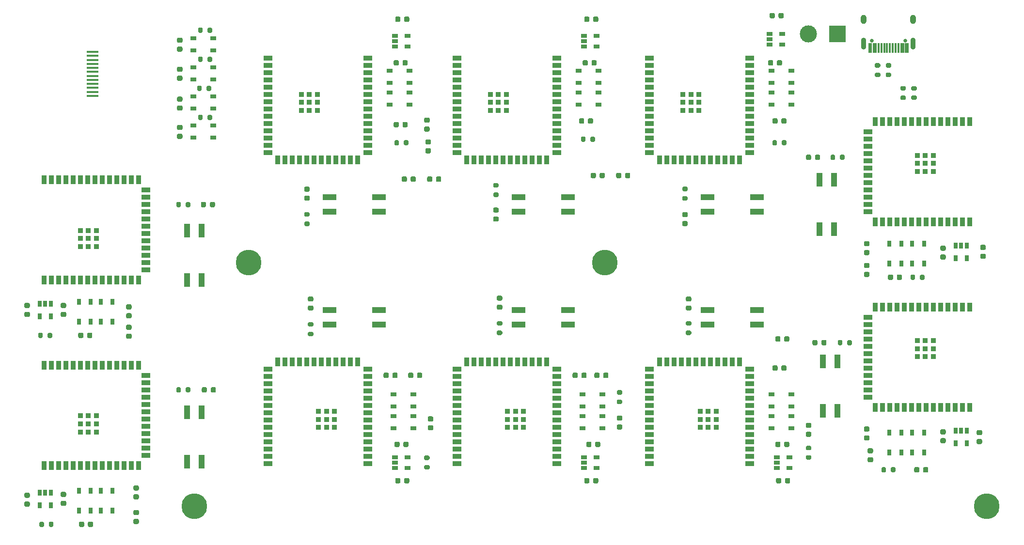
<source format=gbr>
%TF.GenerationSoftware,KiCad,Pcbnew,(5.1.12)-1*%
%TF.CreationDate,2022-05-26T18:44:23+02:00*%
%TF.ProjectId,esp32solarminer,65737033-3273-46f6-9c61-726d696e6572,0.3*%
%TF.SameCoordinates,Original*%
%TF.FileFunction,Soldermask,Top*%
%TF.FilePolarity,Negative*%
%FSLAX46Y46*%
G04 Gerber Fmt 4.6, Leading zero omitted, Abs format (unit mm)*
G04 Created by KiCad (PCBNEW (5.1.12)-1) date 2022-05-26 18:44:23*
%MOMM*%
%LPD*%
G01*
G04 APERTURE LIST*
%ADD10R,3.000000X3.000000*%
%ADD11C,3.000000*%
%ADD12O,1.000000X1.600000*%
%ADD13O,0.900000X2.100000*%
%ADD14C,0.650000*%
%ADD15R,0.300000X1.750000*%
%ADD16R,1.120000X2.440000*%
%ADD17R,2.440000X1.120000*%
%ADD18R,1.050000X0.650000*%
%ADD19R,0.650000X1.050000*%
%ADD20R,0.900000X0.900000*%
%ADD21R,0.900000X1.500000*%
%ADD22R,1.500000X0.900000*%
%ADD23R,0.650000X1.060000*%
%ADD24R,1.060000X0.650000*%
%ADD25R,2.000000X0.350000*%
%ADD26C,4.500000*%
G04 APERTURE END LIST*
%TO.C,C101*%
G36*
G01*
X42795000Y-72065000D02*
X42295000Y-72065000D01*
G75*
G02*
X42070000Y-71840000I0J225000D01*
G01*
X42070000Y-71390000D01*
G75*
G02*
X42295000Y-71165000I225000J0D01*
G01*
X42795000Y-71165000D01*
G75*
G02*
X43020000Y-71390000I0J-225000D01*
G01*
X43020000Y-71840000D01*
G75*
G02*
X42795000Y-72065000I-225000J0D01*
G01*
G37*
G36*
G01*
X42795000Y-73615000D02*
X42295000Y-73615000D01*
G75*
G02*
X42070000Y-73390000I0J225000D01*
G01*
X42070000Y-72940000D01*
G75*
G02*
X42295000Y-72715000I225000J0D01*
G01*
X42795000Y-72715000D01*
G75*
G02*
X43020000Y-72940000I0J-225000D01*
G01*
X43020000Y-73390000D01*
G75*
G02*
X42795000Y-73615000I-225000J0D01*
G01*
G37*
%TD*%
%TO.C,C102*%
G36*
G01*
X175850000Y-101985000D02*
X175850000Y-102485000D01*
G75*
G02*
X175625000Y-102710000I-225000J0D01*
G01*
X175175000Y-102710000D01*
G75*
G02*
X174950000Y-102485000I0J225000D01*
G01*
X174950000Y-101985000D01*
G75*
G02*
X175175000Y-101760000I225000J0D01*
G01*
X175625000Y-101760000D01*
G75*
G02*
X175850000Y-101985000I0J-225000D01*
G01*
G37*
G36*
G01*
X174300000Y-101985000D02*
X174300000Y-102485000D01*
G75*
G02*
X174075000Y-102710000I-225000J0D01*
G01*
X173625000Y-102710000D01*
G75*
G02*
X173400000Y-102485000I0J225000D01*
G01*
X173400000Y-101985000D01*
G75*
G02*
X173625000Y-101760000I225000J0D01*
G01*
X174075000Y-101760000D01*
G75*
G02*
X174300000Y-101985000I0J-225000D01*
G01*
G37*
%TD*%
%TO.C,C103*%
G36*
G01*
X140785000Y-21340000D02*
X140785000Y-21840000D01*
G75*
G02*
X140560000Y-22065000I-225000J0D01*
G01*
X140110000Y-22065000D01*
G75*
G02*
X139885000Y-21840000I0J225000D01*
G01*
X139885000Y-21340000D01*
G75*
G02*
X140110000Y-21115000I225000J0D01*
G01*
X140560000Y-21115000D01*
G75*
G02*
X140785000Y-21340000I0J-225000D01*
G01*
G37*
G36*
G01*
X142335000Y-21340000D02*
X142335000Y-21840000D01*
G75*
G02*
X142110000Y-22065000I-225000J0D01*
G01*
X141660000Y-22065000D01*
G75*
G02*
X141435000Y-21840000I0J225000D01*
G01*
X141435000Y-21340000D01*
G75*
G02*
X141660000Y-21115000I225000J0D01*
G01*
X142110000Y-21115000D01*
G75*
G02*
X142335000Y-21340000I0J-225000D01*
G01*
G37*
%TD*%
%TO.C,C104*%
G36*
G01*
X140520000Y-39620000D02*
X140520000Y-39120000D01*
G75*
G02*
X140745000Y-38895000I225000J0D01*
G01*
X141195000Y-38895000D01*
G75*
G02*
X141420000Y-39120000I0J-225000D01*
G01*
X141420000Y-39620000D01*
G75*
G02*
X141195000Y-39845000I-225000J0D01*
G01*
X140745000Y-39845000D01*
G75*
G02*
X140520000Y-39620000I0J225000D01*
G01*
G37*
G36*
G01*
X138970000Y-39620000D02*
X138970000Y-39120000D01*
G75*
G02*
X139195000Y-38895000I225000J0D01*
G01*
X139645000Y-38895000D01*
G75*
G02*
X139870000Y-39120000I0J-225000D01*
G01*
X139870000Y-39620000D01*
G75*
G02*
X139645000Y-39845000I-225000J0D01*
G01*
X139195000Y-39845000D01*
G75*
G02*
X138970000Y-39620000I0J225000D01*
G01*
G37*
%TD*%
%TO.C,C105*%
G36*
G01*
X52380000Y-76585000D02*
X52380000Y-77085000D01*
G75*
G02*
X52155000Y-77310000I-225000J0D01*
G01*
X51705000Y-77310000D01*
G75*
G02*
X51480000Y-77085000I0J225000D01*
G01*
X51480000Y-76585000D01*
G75*
G02*
X51705000Y-76360000I225000J0D01*
G01*
X52155000Y-76360000D01*
G75*
G02*
X52380000Y-76585000I0J-225000D01*
G01*
G37*
G36*
G01*
X53930000Y-76585000D02*
X53930000Y-77085000D01*
G75*
G02*
X53705000Y-77310000I-225000J0D01*
G01*
X53255000Y-77310000D01*
G75*
G02*
X53030000Y-77085000I0J225000D01*
G01*
X53030000Y-76585000D01*
G75*
G02*
X53255000Y-76360000I225000J0D01*
G01*
X53705000Y-76360000D01*
G75*
G02*
X53930000Y-76585000I0J-225000D01*
G01*
G37*
%TD*%
%TO.C,C106*%
G36*
G01*
X179320000Y-93020000D02*
X178820000Y-93020000D01*
G75*
G02*
X178595000Y-92795000I0J225000D01*
G01*
X178595000Y-92345000D01*
G75*
G02*
X178820000Y-92120000I225000J0D01*
G01*
X179320000Y-92120000D01*
G75*
G02*
X179545000Y-92345000I0J-225000D01*
G01*
X179545000Y-92795000D01*
G75*
G02*
X179320000Y-93020000I-225000J0D01*
G01*
G37*
G36*
G01*
X179320000Y-94570000D02*
X178820000Y-94570000D01*
G75*
G02*
X178595000Y-94345000I0J225000D01*
G01*
X178595000Y-93895000D01*
G75*
G02*
X178820000Y-93670000I225000J0D01*
G01*
X179320000Y-93670000D01*
G75*
G02*
X179545000Y-93895000I0J-225000D01*
G01*
X179545000Y-94345000D01*
G75*
G02*
X179320000Y-94570000I-225000J0D01*
G01*
G37*
%TD*%
%TO.C,C107*%
G36*
G01*
X48645000Y-72715000D02*
X49145000Y-72715000D01*
G75*
G02*
X49370000Y-72940000I0J-225000D01*
G01*
X49370000Y-73390000D01*
G75*
G02*
X49145000Y-73615000I-225000J0D01*
G01*
X48645000Y-73615000D01*
G75*
G02*
X48420000Y-73390000I0J225000D01*
G01*
X48420000Y-72940000D01*
G75*
G02*
X48645000Y-72715000I225000J0D01*
G01*
G37*
G36*
G01*
X48645000Y-71165000D02*
X49145000Y-71165000D01*
G75*
G02*
X49370000Y-71390000I0J-225000D01*
G01*
X49370000Y-71840000D01*
G75*
G02*
X49145000Y-72065000I-225000J0D01*
G01*
X48645000Y-72065000D01*
G75*
G02*
X48420000Y-71840000I0J225000D01*
G01*
X48420000Y-71390000D01*
G75*
G02*
X48645000Y-71165000I225000J0D01*
G01*
G37*
%TD*%
%TO.C,C108*%
G36*
G01*
X173260000Y-96135000D02*
X173260000Y-95635000D01*
G75*
G02*
X173485000Y-95410000I225000J0D01*
G01*
X173935000Y-95410000D01*
G75*
G02*
X174160000Y-95635000I0J-225000D01*
G01*
X174160000Y-96135000D01*
G75*
G02*
X173935000Y-96360000I-225000J0D01*
G01*
X173485000Y-96360000D01*
G75*
G02*
X173260000Y-96135000I0J225000D01*
G01*
G37*
G36*
G01*
X174810000Y-96135000D02*
X174810000Y-95635000D01*
G75*
G02*
X175035000Y-95410000I225000J0D01*
G01*
X175485000Y-95410000D01*
G75*
G02*
X175710000Y-95635000I0J-225000D01*
G01*
X175710000Y-96135000D01*
G75*
G02*
X175485000Y-96360000I-225000J0D01*
G01*
X175035000Y-96360000D01*
G75*
G02*
X174810000Y-96135000I0J225000D01*
G01*
G37*
%TD*%
%TO.C,C109*%
G36*
G01*
X139605000Y-29460000D02*
X139605000Y-28960000D01*
G75*
G02*
X139830000Y-28735000I225000J0D01*
G01*
X140280000Y-28735000D01*
G75*
G02*
X140505000Y-28960000I0J-225000D01*
G01*
X140505000Y-29460000D01*
G75*
G02*
X140280000Y-29685000I-225000J0D01*
G01*
X139830000Y-29685000D01*
G75*
G02*
X139605000Y-29460000I0J225000D01*
G01*
G37*
G36*
G01*
X141155000Y-29460000D02*
X141155000Y-28960000D01*
G75*
G02*
X141380000Y-28735000I225000J0D01*
G01*
X141830000Y-28735000D01*
G75*
G02*
X142055000Y-28960000I0J-225000D01*
G01*
X142055000Y-29460000D01*
G75*
G02*
X141830000Y-29685000I-225000J0D01*
G01*
X141380000Y-29685000D01*
G75*
G02*
X141155000Y-29460000I0J225000D01*
G01*
G37*
%TD*%
%TO.C,C110*%
G36*
G01*
X60075000Y-72960000D02*
X60575000Y-72960000D01*
G75*
G02*
X60800000Y-73185000I0J-225000D01*
G01*
X60800000Y-73635000D01*
G75*
G02*
X60575000Y-73860000I-225000J0D01*
G01*
X60075000Y-73860000D01*
G75*
G02*
X59850000Y-73635000I0J225000D01*
G01*
X59850000Y-73185000D01*
G75*
G02*
X60075000Y-72960000I225000J0D01*
G01*
G37*
G36*
G01*
X60075000Y-71410000D02*
X60575000Y-71410000D01*
G75*
G02*
X60800000Y-71635000I0J-225000D01*
G01*
X60800000Y-72085000D01*
G75*
G02*
X60575000Y-72310000I-225000J0D01*
G01*
X60075000Y-72310000D01*
G75*
G02*
X59850000Y-72085000I0J225000D01*
G01*
X59850000Y-71635000D01*
G75*
G02*
X60075000Y-71410000I225000J0D01*
G01*
G37*
%TD*%
%TO.C,C111*%
G36*
G01*
X173665000Y-82300000D02*
X173665000Y-82800000D01*
G75*
G02*
X173440000Y-83025000I-225000J0D01*
G01*
X172990000Y-83025000D01*
G75*
G02*
X172765000Y-82800000I0J225000D01*
G01*
X172765000Y-82300000D01*
G75*
G02*
X172990000Y-82075000I225000J0D01*
G01*
X173440000Y-82075000D01*
G75*
G02*
X173665000Y-82300000I0J-225000D01*
G01*
G37*
G36*
G01*
X175215000Y-82300000D02*
X175215000Y-82800000D01*
G75*
G02*
X174990000Y-83025000I-225000J0D01*
G01*
X174540000Y-83025000D01*
G75*
G02*
X174315000Y-82800000I0J225000D01*
G01*
X174315000Y-82300000D01*
G75*
G02*
X174540000Y-82075000I225000J0D01*
G01*
X174990000Y-82075000D01*
G75*
G02*
X175215000Y-82300000I0J-225000D01*
G01*
G37*
%TD*%
%TO.C,C112*%
G36*
G01*
X60075000Y-76525000D02*
X60575000Y-76525000D01*
G75*
G02*
X60800000Y-76750000I0J-225000D01*
G01*
X60800000Y-77200000D01*
G75*
G02*
X60575000Y-77425000I-225000J0D01*
G01*
X60075000Y-77425000D01*
G75*
G02*
X59850000Y-77200000I0J225000D01*
G01*
X59850000Y-76750000D01*
G75*
G02*
X60075000Y-76525000I225000J0D01*
G01*
G37*
G36*
G01*
X60075000Y-74975000D02*
X60575000Y-74975000D01*
G75*
G02*
X60800000Y-75200000I0J-225000D01*
G01*
X60800000Y-75650000D01*
G75*
G02*
X60575000Y-75875000I-225000J0D01*
G01*
X60075000Y-75875000D01*
G75*
G02*
X59850000Y-75650000I0J225000D01*
G01*
X59850000Y-75200000D01*
G75*
G02*
X60075000Y-74975000I225000J0D01*
G01*
G37*
%TD*%
%TO.C,C113*%
G36*
G01*
X174160000Y-77220000D02*
X174160000Y-77720000D01*
G75*
G02*
X173935000Y-77945000I-225000J0D01*
G01*
X173485000Y-77945000D01*
G75*
G02*
X173260000Y-77720000I0J225000D01*
G01*
X173260000Y-77220000D01*
G75*
G02*
X173485000Y-76995000I225000J0D01*
G01*
X173935000Y-76995000D01*
G75*
G02*
X174160000Y-77220000I0J-225000D01*
G01*
G37*
G36*
G01*
X175710000Y-77220000D02*
X175710000Y-77720000D01*
G75*
G02*
X175485000Y-77945000I-225000J0D01*
G01*
X175035000Y-77945000D01*
G75*
G02*
X174810000Y-77720000I0J225000D01*
G01*
X174810000Y-77220000D01*
G75*
G02*
X175035000Y-76995000I225000J0D01*
G01*
X175485000Y-76995000D01*
G75*
G02*
X175710000Y-77220000I0J-225000D01*
G01*
G37*
%TD*%
%TO.C,C114*%
G36*
G01*
X112440000Y-49780000D02*
X112440000Y-49280000D01*
G75*
G02*
X112665000Y-49055000I225000J0D01*
G01*
X113115000Y-49055000D01*
G75*
G02*
X113340000Y-49280000I0J-225000D01*
G01*
X113340000Y-49780000D01*
G75*
G02*
X113115000Y-50005000I-225000J0D01*
G01*
X112665000Y-50005000D01*
G75*
G02*
X112440000Y-49780000I0J225000D01*
G01*
G37*
G36*
G01*
X113990000Y-49780000D02*
X113990000Y-49280000D01*
G75*
G02*
X114215000Y-49055000I225000J0D01*
G01*
X114665000Y-49055000D01*
G75*
G02*
X114890000Y-49280000I0J-225000D01*
G01*
X114890000Y-49780000D01*
G75*
G02*
X114665000Y-50005000I-225000J0D01*
G01*
X114215000Y-50005000D01*
G75*
G02*
X113990000Y-49780000I0J225000D01*
G01*
G37*
%TD*%
%TO.C,C115*%
G36*
G01*
X107995000Y-49780000D02*
X107995000Y-49280000D01*
G75*
G02*
X108220000Y-49055000I225000J0D01*
G01*
X108670000Y-49055000D01*
G75*
G02*
X108895000Y-49280000I0J-225000D01*
G01*
X108895000Y-49780000D01*
G75*
G02*
X108670000Y-50005000I-225000J0D01*
G01*
X108220000Y-50005000D01*
G75*
G02*
X107995000Y-49780000I0J225000D01*
G01*
G37*
G36*
G01*
X109545000Y-49780000D02*
X109545000Y-49280000D01*
G75*
G02*
X109770000Y-49055000I225000J0D01*
G01*
X110220000Y-49055000D01*
G75*
G02*
X110445000Y-49280000I0J-225000D01*
G01*
X110445000Y-49780000D01*
G75*
G02*
X110220000Y-50005000I-225000J0D01*
G01*
X109770000Y-50005000D01*
G75*
G02*
X109545000Y-49780000I0J225000D01*
G01*
G37*
%TD*%
%TO.C,C116*%
G36*
G01*
X42795000Y-105225000D02*
X42295000Y-105225000D01*
G75*
G02*
X42070000Y-105000000I0J225000D01*
G01*
X42070000Y-104550000D01*
G75*
G02*
X42295000Y-104325000I225000J0D01*
G01*
X42795000Y-104325000D01*
G75*
G02*
X43020000Y-104550000I0J-225000D01*
G01*
X43020000Y-105000000D01*
G75*
G02*
X42795000Y-105225000I-225000J0D01*
G01*
G37*
G36*
G01*
X42795000Y-106775000D02*
X42295000Y-106775000D01*
G75*
G02*
X42070000Y-106550000I0J225000D01*
G01*
X42070000Y-106100000D01*
G75*
G02*
X42295000Y-105875000I225000J0D01*
G01*
X42795000Y-105875000D01*
G75*
G02*
X43020000Y-106100000I0J-225000D01*
G01*
X43020000Y-106550000D01*
G75*
G02*
X42795000Y-106775000I-225000J0D01*
G01*
G37*
%TD*%
%TO.C,C117*%
G36*
G01*
X208665000Y-93390000D02*
X209165000Y-93390000D01*
G75*
G02*
X209390000Y-93615000I0J-225000D01*
G01*
X209390000Y-94065000D01*
G75*
G02*
X209165000Y-94290000I-225000J0D01*
G01*
X208665000Y-94290000D01*
G75*
G02*
X208440000Y-94065000I0J225000D01*
G01*
X208440000Y-93615000D01*
G75*
G02*
X208665000Y-93390000I225000J0D01*
G01*
G37*
G36*
G01*
X208665000Y-94940000D02*
X209165000Y-94940000D01*
G75*
G02*
X209390000Y-95165000I0J-225000D01*
G01*
X209390000Y-95615000D01*
G75*
G02*
X209165000Y-95840000I-225000J0D01*
G01*
X208665000Y-95840000D01*
G75*
G02*
X208440000Y-95615000I0J225000D01*
G01*
X208440000Y-95165000D01*
G75*
G02*
X208665000Y-94940000I225000J0D01*
G01*
G37*
%TD*%
%TO.C,C118*%
G36*
G01*
X54070000Y-109605000D02*
X54070000Y-110105000D01*
G75*
G02*
X53845000Y-110330000I-225000J0D01*
G01*
X53395000Y-110330000D01*
G75*
G02*
X53170000Y-110105000I0J225000D01*
G01*
X53170000Y-109605000D01*
G75*
G02*
X53395000Y-109380000I225000J0D01*
G01*
X53845000Y-109380000D01*
G75*
G02*
X54070000Y-109605000I0J-225000D01*
G01*
G37*
G36*
G01*
X52520000Y-109605000D02*
X52520000Y-110105000D01*
G75*
G02*
X52295000Y-110330000I-225000J0D01*
G01*
X51845000Y-110330000D01*
G75*
G02*
X51620000Y-110105000I0J225000D01*
G01*
X51620000Y-109605000D01*
G75*
G02*
X51845000Y-109380000I225000J0D01*
G01*
X52295000Y-109380000D01*
G75*
G02*
X52520000Y-109605000I0J-225000D01*
G01*
G37*
%TD*%
%TO.C,C119*%
G36*
G01*
X199080000Y-100580000D02*
X199080000Y-100080000D01*
G75*
G02*
X199305000Y-99855000I225000J0D01*
G01*
X199755000Y-99855000D01*
G75*
G02*
X199980000Y-100080000I0J-225000D01*
G01*
X199980000Y-100580000D01*
G75*
G02*
X199755000Y-100805000I-225000J0D01*
G01*
X199305000Y-100805000D01*
G75*
G02*
X199080000Y-100580000I0J225000D01*
G01*
G37*
G36*
G01*
X197530000Y-100580000D02*
X197530000Y-100080000D01*
G75*
G02*
X197755000Y-99855000I225000J0D01*
G01*
X198205000Y-99855000D01*
G75*
G02*
X198430000Y-100080000I0J-225000D01*
G01*
X198430000Y-100580000D01*
G75*
G02*
X198205000Y-100805000I-225000J0D01*
G01*
X197755000Y-100805000D01*
G75*
G02*
X197530000Y-100580000I0J225000D01*
G01*
G37*
%TD*%
%TO.C,C120*%
G36*
G01*
X109315000Y-21340000D02*
X109315000Y-21840000D01*
G75*
G02*
X109090000Y-22065000I-225000J0D01*
G01*
X108640000Y-22065000D01*
G75*
G02*
X108415000Y-21840000I0J225000D01*
G01*
X108415000Y-21340000D01*
G75*
G02*
X108640000Y-21115000I225000J0D01*
G01*
X109090000Y-21115000D01*
G75*
G02*
X109315000Y-21340000I0J-225000D01*
G01*
G37*
G36*
G01*
X107765000Y-21340000D02*
X107765000Y-21840000D01*
G75*
G02*
X107540000Y-22065000I-225000J0D01*
G01*
X107090000Y-22065000D01*
G75*
G02*
X106865000Y-21840000I0J225000D01*
G01*
X106865000Y-21340000D01*
G75*
G02*
X107090000Y-21115000I225000J0D01*
G01*
X107540000Y-21115000D01*
G75*
G02*
X107765000Y-21340000I0J-225000D01*
G01*
G37*
%TD*%
%TO.C,C121*%
G36*
G01*
X108135000Y-40255000D02*
X108135000Y-39755000D01*
G75*
G02*
X108360000Y-39530000I225000J0D01*
G01*
X108810000Y-39530000D01*
G75*
G02*
X109035000Y-39755000I0J-225000D01*
G01*
X109035000Y-40255000D01*
G75*
G02*
X108810000Y-40480000I-225000J0D01*
G01*
X108360000Y-40480000D01*
G75*
G02*
X108135000Y-40255000I0J225000D01*
G01*
G37*
G36*
G01*
X106585000Y-40255000D02*
X106585000Y-39755000D01*
G75*
G02*
X106810000Y-39530000I225000J0D01*
G01*
X107260000Y-39530000D01*
G75*
G02*
X107485000Y-39755000I0J-225000D01*
G01*
X107485000Y-40255000D01*
G75*
G02*
X107260000Y-40480000I-225000J0D01*
G01*
X106810000Y-40480000D01*
G75*
G02*
X106585000Y-40255000I0J225000D01*
G01*
G37*
%TD*%
%TO.C,C122*%
G36*
G01*
X48645000Y-104185000D02*
X49145000Y-104185000D01*
G75*
G02*
X49370000Y-104410000I0J-225000D01*
G01*
X49370000Y-104860000D01*
G75*
G02*
X49145000Y-105085000I-225000J0D01*
G01*
X48645000Y-105085000D01*
G75*
G02*
X48420000Y-104860000I0J225000D01*
G01*
X48420000Y-104410000D01*
G75*
G02*
X48645000Y-104185000I225000J0D01*
G01*
G37*
G36*
G01*
X48645000Y-105735000D02*
X49145000Y-105735000D01*
G75*
G02*
X49370000Y-105960000I0J-225000D01*
G01*
X49370000Y-106410000D01*
G75*
G02*
X49145000Y-106635000I-225000J0D01*
G01*
X48645000Y-106635000D01*
G75*
G02*
X48420000Y-106410000I0J225000D01*
G01*
X48420000Y-105960000D01*
G75*
G02*
X48645000Y-105735000I225000J0D01*
G01*
G37*
%TD*%
%TO.C,C123*%
G36*
G01*
X202315000Y-94800000D02*
X202815000Y-94800000D01*
G75*
G02*
X203040000Y-95025000I0J-225000D01*
G01*
X203040000Y-95475000D01*
G75*
G02*
X202815000Y-95700000I-225000J0D01*
G01*
X202315000Y-95700000D01*
G75*
G02*
X202090000Y-95475000I0J225000D01*
G01*
X202090000Y-95025000D01*
G75*
G02*
X202315000Y-94800000I225000J0D01*
G01*
G37*
G36*
G01*
X202315000Y-93250000D02*
X202815000Y-93250000D01*
G75*
G02*
X203040000Y-93475000I0J-225000D01*
G01*
X203040000Y-93925000D01*
G75*
G02*
X202815000Y-94150000I-225000J0D01*
G01*
X202315000Y-94150000D01*
G75*
G02*
X202090000Y-93925000I0J225000D01*
G01*
X202090000Y-93475000D01*
G75*
G02*
X202315000Y-93250000I225000J0D01*
G01*
G37*
%TD*%
%TO.C,C124*%
G36*
G01*
X108135000Y-29460000D02*
X108135000Y-28960000D01*
G75*
G02*
X108360000Y-28735000I225000J0D01*
G01*
X108810000Y-28735000D01*
G75*
G02*
X109035000Y-28960000I0J-225000D01*
G01*
X109035000Y-29460000D01*
G75*
G02*
X108810000Y-29685000I-225000J0D01*
G01*
X108360000Y-29685000D01*
G75*
G02*
X108135000Y-29460000I0J225000D01*
G01*
G37*
G36*
G01*
X106585000Y-29460000D02*
X106585000Y-28960000D01*
G75*
G02*
X106810000Y-28735000I225000J0D01*
G01*
X107260000Y-28735000D01*
G75*
G02*
X107485000Y-28960000I0J-225000D01*
G01*
X107485000Y-29460000D01*
G75*
G02*
X107260000Y-29685000I-225000J0D01*
G01*
X106810000Y-29685000D01*
G75*
G02*
X106585000Y-29460000I0J225000D01*
G01*
G37*
%TD*%
%TO.C,C125*%
G36*
G01*
X61345000Y-104605000D02*
X61845000Y-104605000D01*
G75*
G02*
X62070000Y-104830000I0J-225000D01*
G01*
X62070000Y-105280000D01*
G75*
G02*
X61845000Y-105505000I-225000J0D01*
G01*
X61345000Y-105505000D01*
G75*
G02*
X61120000Y-105280000I0J225000D01*
G01*
X61120000Y-104830000D01*
G75*
G02*
X61345000Y-104605000I225000J0D01*
G01*
G37*
G36*
G01*
X61345000Y-103055000D02*
X61845000Y-103055000D01*
G75*
G02*
X62070000Y-103280000I0J-225000D01*
G01*
X62070000Y-103730000D01*
G75*
G02*
X61845000Y-103955000I-225000J0D01*
G01*
X61345000Y-103955000D01*
G75*
G02*
X61120000Y-103730000I0J225000D01*
G01*
X61120000Y-103280000D01*
G75*
G02*
X61345000Y-103055000I225000J0D01*
G01*
G37*
%TD*%
%TO.C,C126*%
G36*
G01*
X190115000Y-97465000D02*
X189615000Y-97465000D01*
G75*
G02*
X189390000Y-97240000I0J225000D01*
G01*
X189390000Y-96790000D01*
G75*
G02*
X189615000Y-96565000I225000J0D01*
G01*
X190115000Y-96565000D01*
G75*
G02*
X190340000Y-96790000I0J-225000D01*
G01*
X190340000Y-97240000D01*
G75*
G02*
X190115000Y-97465000I-225000J0D01*
G01*
G37*
G36*
G01*
X190115000Y-99015000D02*
X189615000Y-99015000D01*
G75*
G02*
X189390000Y-98790000I0J225000D01*
G01*
X189390000Y-98340000D01*
G75*
G02*
X189615000Y-98115000I225000J0D01*
G01*
X190115000Y-98115000D01*
G75*
G02*
X190340000Y-98340000I0J-225000D01*
G01*
X190340000Y-98790000D01*
G75*
G02*
X190115000Y-99015000I-225000J0D01*
G01*
G37*
%TD*%
%TO.C,C127*%
G36*
G01*
X61345000Y-107360000D02*
X61845000Y-107360000D01*
G75*
G02*
X62070000Y-107585000I0J-225000D01*
G01*
X62070000Y-108035000D01*
G75*
G02*
X61845000Y-108260000I-225000J0D01*
G01*
X61345000Y-108260000D01*
G75*
G02*
X61120000Y-108035000I0J225000D01*
G01*
X61120000Y-107585000D01*
G75*
G02*
X61345000Y-107360000I225000J0D01*
G01*
G37*
G36*
G01*
X61345000Y-108910000D02*
X61845000Y-108910000D01*
G75*
G02*
X62070000Y-109135000I0J-225000D01*
G01*
X62070000Y-109585000D01*
G75*
G02*
X61845000Y-109810000I-225000J0D01*
G01*
X61345000Y-109810000D01*
G75*
G02*
X61120000Y-109585000I0J225000D01*
G01*
X61120000Y-109135000D01*
G75*
G02*
X61345000Y-108910000I225000J0D01*
G01*
G37*
%TD*%
%TO.C,C128*%
G36*
G01*
X189480000Y-93655000D02*
X188980000Y-93655000D01*
G75*
G02*
X188755000Y-93430000I0J225000D01*
G01*
X188755000Y-92980000D01*
G75*
G02*
X188980000Y-92755000I225000J0D01*
G01*
X189480000Y-92755000D01*
G75*
G02*
X189705000Y-92980000I0J-225000D01*
G01*
X189705000Y-93430000D01*
G75*
G02*
X189480000Y-93655000I-225000J0D01*
G01*
G37*
G36*
G01*
X189480000Y-95205000D02*
X188980000Y-95205000D01*
G75*
G02*
X188755000Y-94980000I0J225000D01*
G01*
X188755000Y-94530000D01*
G75*
G02*
X188980000Y-94305000I225000J0D01*
G01*
X189480000Y-94305000D01*
G75*
G02*
X189705000Y-94530000I0J-225000D01*
G01*
X189705000Y-94980000D01*
G75*
G02*
X189480000Y-95205000I-225000J0D01*
G01*
G37*
%TD*%
%TO.C,C129*%
G36*
G01*
X112645000Y-39680000D02*
X112145000Y-39680000D01*
G75*
G02*
X111920000Y-39455000I0J225000D01*
G01*
X111920000Y-39005000D01*
G75*
G02*
X112145000Y-38780000I225000J0D01*
G01*
X112645000Y-38780000D01*
G75*
G02*
X112870000Y-39005000I0J-225000D01*
G01*
X112870000Y-39455000D01*
G75*
G02*
X112645000Y-39680000I-225000J0D01*
G01*
G37*
G36*
G01*
X112645000Y-41230000D02*
X112145000Y-41230000D01*
G75*
G02*
X111920000Y-41005000I0J225000D01*
G01*
X111920000Y-40555000D01*
G75*
G02*
X112145000Y-40330000I225000J0D01*
G01*
X112645000Y-40330000D01*
G75*
G02*
X112870000Y-40555000I0J-225000D01*
G01*
X112870000Y-41005000D01*
G75*
G02*
X112645000Y-41230000I-225000J0D01*
G01*
G37*
%TD*%
%TO.C,C130*%
G36*
G01*
X112860000Y-45035000D02*
X112360000Y-45035000D01*
G75*
G02*
X112135000Y-44810000I0J225000D01*
G01*
X112135000Y-44360000D01*
G75*
G02*
X112360000Y-44135000I225000J0D01*
G01*
X112860000Y-44135000D01*
G75*
G02*
X113085000Y-44360000I0J-225000D01*
G01*
X113085000Y-44810000D01*
G75*
G02*
X112860000Y-45035000I-225000J0D01*
G01*
G37*
G36*
G01*
X112860000Y-43485000D02*
X112360000Y-43485000D01*
G75*
G02*
X112135000Y-43260000I0J225000D01*
G01*
X112135000Y-42810000D01*
G75*
G02*
X112360000Y-42585000I225000J0D01*
G01*
X112860000Y-42585000D01*
G75*
G02*
X113085000Y-42810000I0J-225000D01*
G01*
X113085000Y-43260000D01*
G75*
G02*
X112860000Y-43485000I-225000J0D01*
G01*
G37*
%TD*%
%TO.C,C131*%
G36*
G01*
X107765000Y-101985000D02*
X107765000Y-102485000D01*
G75*
G02*
X107540000Y-102710000I-225000J0D01*
G01*
X107090000Y-102710000D01*
G75*
G02*
X106865000Y-102485000I0J225000D01*
G01*
X106865000Y-101985000D01*
G75*
G02*
X107090000Y-101760000I225000J0D01*
G01*
X107540000Y-101760000D01*
G75*
G02*
X107765000Y-101985000I0J-225000D01*
G01*
G37*
G36*
G01*
X109315000Y-101985000D02*
X109315000Y-102485000D01*
G75*
G02*
X109090000Y-102710000I-225000J0D01*
G01*
X108640000Y-102710000D01*
G75*
G02*
X108415000Y-102485000I0J225000D01*
G01*
X108415000Y-101985000D01*
G75*
G02*
X108640000Y-101760000I225000J0D01*
G01*
X109090000Y-101760000D01*
G75*
G02*
X109315000Y-101985000I0J-225000D01*
G01*
G37*
%TD*%
%TO.C,C132*%
G36*
G01*
X202815000Y-63595000D02*
X202315000Y-63595000D01*
G75*
G02*
X202090000Y-63370000I0J225000D01*
G01*
X202090000Y-62920000D01*
G75*
G02*
X202315000Y-62695000I225000J0D01*
G01*
X202815000Y-62695000D01*
G75*
G02*
X203040000Y-62920000I0J-225000D01*
G01*
X203040000Y-63370000D01*
G75*
G02*
X202815000Y-63595000I-225000J0D01*
G01*
G37*
G36*
G01*
X202815000Y-62045000D02*
X202315000Y-62045000D01*
G75*
G02*
X202090000Y-61820000I0J225000D01*
G01*
X202090000Y-61370000D01*
G75*
G02*
X202315000Y-61145000I225000J0D01*
G01*
X202815000Y-61145000D01*
G75*
G02*
X203040000Y-61370000I0J-225000D01*
G01*
X203040000Y-61820000D01*
G75*
G02*
X202815000Y-62045000I-225000J0D01*
G01*
G37*
%TD*%
%TO.C,C133*%
G36*
G01*
X113280000Y-93440000D02*
X112780000Y-93440000D01*
G75*
G02*
X112555000Y-93215000I0J225000D01*
G01*
X112555000Y-92765000D01*
G75*
G02*
X112780000Y-92540000I225000J0D01*
G01*
X113280000Y-92540000D01*
G75*
G02*
X113505000Y-92765000I0J-225000D01*
G01*
X113505000Y-93215000D01*
G75*
G02*
X113280000Y-93440000I-225000J0D01*
G01*
G37*
G36*
G01*
X113280000Y-91890000D02*
X112780000Y-91890000D01*
G75*
G02*
X112555000Y-91665000I0J225000D01*
G01*
X112555000Y-91215000D01*
G75*
G02*
X112780000Y-90990000I225000J0D01*
G01*
X113280000Y-90990000D01*
G75*
G02*
X113505000Y-91215000I0J-225000D01*
G01*
X113505000Y-91665000D01*
G75*
G02*
X113280000Y-91890000I-225000J0D01*
G01*
G37*
%TD*%
%TO.C,C134*%
G36*
G01*
X193845000Y-66425000D02*
X193845000Y-66925000D01*
G75*
G02*
X193620000Y-67150000I-225000J0D01*
G01*
X193170000Y-67150000D01*
G75*
G02*
X192945000Y-66925000I0J225000D01*
G01*
X192945000Y-66425000D01*
G75*
G02*
X193170000Y-66200000I225000J0D01*
G01*
X193620000Y-66200000D01*
G75*
G02*
X193845000Y-66425000I0J-225000D01*
G01*
G37*
G36*
G01*
X195395000Y-66425000D02*
X195395000Y-66925000D01*
G75*
G02*
X195170000Y-67150000I-225000J0D01*
G01*
X194720000Y-67150000D01*
G75*
G02*
X194495000Y-66925000I0J225000D01*
G01*
X194495000Y-66425000D01*
G75*
G02*
X194720000Y-66200000I225000J0D01*
G01*
X195170000Y-66200000D01*
G75*
G02*
X195395000Y-66425000I0J-225000D01*
G01*
G37*
%TD*%
%TO.C,C135*%
G36*
G01*
X69465000Y-27260000D02*
X68965000Y-27260000D01*
G75*
G02*
X68740000Y-27035000I0J225000D01*
G01*
X68740000Y-26585000D01*
G75*
G02*
X68965000Y-26360000I225000J0D01*
G01*
X69465000Y-26360000D01*
G75*
G02*
X69690000Y-26585000I0J-225000D01*
G01*
X69690000Y-27035000D01*
G75*
G02*
X69465000Y-27260000I-225000J0D01*
G01*
G37*
G36*
G01*
X69465000Y-25710000D02*
X68965000Y-25710000D01*
G75*
G02*
X68740000Y-25485000I0J225000D01*
G01*
X68740000Y-25035000D01*
G75*
G02*
X68965000Y-24810000I225000J0D01*
G01*
X69465000Y-24810000D01*
G75*
G02*
X69690000Y-25035000I0J-225000D01*
G01*
X69690000Y-25485000D01*
G75*
G02*
X69465000Y-25710000I-225000J0D01*
G01*
G37*
%TD*%
%TO.C,C136*%
G36*
G01*
X108275000Y-96135000D02*
X108275000Y-95635000D01*
G75*
G02*
X108500000Y-95410000I225000J0D01*
G01*
X108950000Y-95410000D01*
G75*
G02*
X109175000Y-95635000I0J-225000D01*
G01*
X109175000Y-96135000D01*
G75*
G02*
X108950000Y-96360000I-225000J0D01*
G01*
X108500000Y-96360000D01*
G75*
G02*
X108275000Y-96135000I0J225000D01*
G01*
G37*
G36*
G01*
X106725000Y-96135000D02*
X106725000Y-95635000D01*
G75*
G02*
X106950000Y-95410000I225000J0D01*
G01*
X107400000Y-95410000D01*
G75*
G02*
X107625000Y-95635000I0J-225000D01*
G01*
X107625000Y-96135000D01*
G75*
G02*
X107400000Y-96360000I-225000J0D01*
G01*
X106950000Y-96360000D01*
G75*
G02*
X106725000Y-96135000I0J225000D01*
G01*
G37*
%TD*%
%TO.C,C137*%
G36*
G01*
X209300000Y-62555000D02*
X209800000Y-62555000D01*
G75*
G02*
X210025000Y-62780000I0J-225000D01*
G01*
X210025000Y-63230000D01*
G75*
G02*
X209800000Y-63455000I-225000J0D01*
G01*
X209300000Y-63455000D01*
G75*
G02*
X209075000Y-63230000I0J225000D01*
G01*
X209075000Y-62780000D01*
G75*
G02*
X209300000Y-62555000I225000J0D01*
G01*
G37*
G36*
G01*
X209300000Y-61005000D02*
X209800000Y-61005000D01*
G75*
G02*
X210025000Y-61230000I0J-225000D01*
G01*
X210025000Y-61680000D01*
G75*
G02*
X209800000Y-61905000I-225000J0D01*
G01*
X209300000Y-61905000D01*
G75*
G02*
X209075000Y-61680000I0J225000D01*
G01*
X209075000Y-61230000D01*
G75*
G02*
X209300000Y-61005000I225000J0D01*
G01*
G37*
%TD*%
%TO.C,C138*%
G36*
G01*
X69465000Y-32340000D02*
X68965000Y-32340000D01*
G75*
G02*
X68740000Y-32115000I0J225000D01*
G01*
X68740000Y-31665000D01*
G75*
G02*
X68965000Y-31440000I225000J0D01*
G01*
X69465000Y-31440000D01*
G75*
G02*
X69690000Y-31665000I0J-225000D01*
G01*
X69690000Y-32115000D01*
G75*
G02*
X69465000Y-32340000I-225000J0D01*
G01*
G37*
G36*
G01*
X69465000Y-30790000D02*
X68965000Y-30790000D01*
G75*
G02*
X68740000Y-30565000I0J225000D01*
G01*
X68740000Y-30115000D01*
G75*
G02*
X68965000Y-29890000I225000J0D01*
G01*
X69465000Y-29890000D01*
G75*
G02*
X69690000Y-30115000I0J-225000D01*
G01*
X69690000Y-30565000D01*
G75*
G02*
X69465000Y-30790000I-225000J0D01*
G01*
G37*
%TD*%
%TO.C,C139*%
G36*
G01*
X69465000Y-37560000D02*
X68965000Y-37560000D01*
G75*
G02*
X68740000Y-37335000I0J225000D01*
G01*
X68740000Y-36885000D01*
G75*
G02*
X68965000Y-36660000I225000J0D01*
G01*
X69465000Y-36660000D01*
G75*
G02*
X69690000Y-36885000I0J-225000D01*
G01*
X69690000Y-37335000D01*
G75*
G02*
X69465000Y-37560000I-225000J0D01*
G01*
G37*
G36*
G01*
X69465000Y-36010000D02*
X68965000Y-36010000D01*
G75*
G02*
X68740000Y-35785000I0J225000D01*
G01*
X68740000Y-35335000D01*
G75*
G02*
X68965000Y-35110000I225000J0D01*
G01*
X69465000Y-35110000D01*
G75*
G02*
X69690000Y-35335000I0J-225000D01*
G01*
X69690000Y-35785000D01*
G75*
G02*
X69465000Y-36010000I-225000J0D01*
G01*
G37*
%TD*%
%TO.C,C140*%
G36*
G01*
X104820000Y-84070000D02*
X104820000Y-83570000D01*
G75*
G02*
X105045000Y-83345000I225000J0D01*
G01*
X105495000Y-83345000D01*
G75*
G02*
X105720000Y-83570000I0J-225000D01*
G01*
X105720000Y-84070000D01*
G75*
G02*
X105495000Y-84295000I-225000J0D01*
G01*
X105045000Y-84295000D01*
G75*
G02*
X104820000Y-84070000I0J225000D01*
G01*
G37*
G36*
G01*
X106370000Y-84070000D02*
X106370000Y-83570000D01*
G75*
G02*
X106595000Y-83345000I225000J0D01*
G01*
X107045000Y-83345000D01*
G75*
G02*
X107270000Y-83570000I0J-225000D01*
G01*
X107270000Y-84070000D01*
G75*
G02*
X107045000Y-84295000I-225000J0D01*
G01*
X106595000Y-84295000D01*
G75*
G02*
X106370000Y-84070000I0J225000D01*
G01*
G37*
%TD*%
%TO.C,C141*%
G36*
G01*
X189480000Y-65080000D02*
X188980000Y-65080000D01*
G75*
G02*
X188755000Y-64855000I0J225000D01*
G01*
X188755000Y-64405000D01*
G75*
G02*
X188980000Y-64180000I225000J0D01*
G01*
X189480000Y-64180000D01*
G75*
G02*
X189705000Y-64405000I0J-225000D01*
G01*
X189705000Y-64855000D01*
G75*
G02*
X189480000Y-65080000I-225000J0D01*
G01*
G37*
G36*
G01*
X189480000Y-66630000D02*
X188980000Y-66630000D01*
G75*
G02*
X188755000Y-66405000I0J225000D01*
G01*
X188755000Y-65955000D01*
G75*
G02*
X188980000Y-65730000I225000J0D01*
G01*
X189480000Y-65730000D01*
G75*
G02*
X189705000Y-65955000I0J-225000D01*
G01*
X189705000Y-66405000D01*
G75*
G02*
X189480000Y-66630000I-225000J0D01*
G01*
G37*
%TD*%
%TO.C,C142*%
G36*
G01*
X109125000Y-84070000D02*
X109125000Y-83570000D01*
G75*
G02*
X109350000Y-83345000I225000J0D01*
G01*
X109800000Y-83345000D01*
G75*
G02*
X110025000Y-83570000I0J-225000D01*
G01*
X110025000Y-84070000D01*
G75*
G02*
X109800000Y-84295000I-225000J0D01*
G01*
X109350000Y-84295000D01*
G75*
G02*
X109125000Y-84070000I0J225000D01*
G01*
G37*
G36*
G01*
X110675000Y-84070000D02*
X110675000Y-83570000D01*
G75*
G02*
X110900000Y-83345000I225000J0D01*
G01*
X111350000Y-83345000D01*
G75*
G02*
X111575000Y-83570000I0J-225000D01*
G01*
X111575000Y-84070000D01*
G75*
G02*
X111350000Y-84295000I-225000J0D01*
G01*
X110900000Y-84295000D01*
G75*
G02*
X110675000Y-84070000I0J225000D01*
G01*
G37*
%TD*%
%TO.C,C143*%
G36*
G01*
X189480000Y-62820000D02*
X188980000Y-62820000D01*
G75*
G02*
X188755000Y-62595000I0J225000D01*
G01*
X188755000Y-62145000D01*
G75*
G02*
X188980000Y-61920000I225000J0D01*
G01*
X189480000Y-61920000D01*
G75*
G02*
X189705000Y-62145000I0J-225000D01*
G01*
X189705000Y-62595000D01*
G75*
G02*
X189480000Y-62820000I-225000J0D01*
G01*
G37*
G36*
G01*
X189480000Y-61270000D02*
X188980000Y-61270000D01*
G75*
G02*
X188755000Y-61045000I0J225000D01*
G01*
X188755000Y-60595000D01*
G75*
G02*
X188980000Y-60370000I225000J0D01*
G01*
X189480000Y-60370000D01*
G75*
G02*
X189705000Y-60595000I0J-225000D01*
G01*
X189705000Y-61045000D01*
G75*
G02*
X189480000Y-61270000I-225000J0D01*
G01*
G37*
%TD*%
%TO.C,C144*%
G36*
G01*
X69465000Y-42500000D02*
X68965000Y-42500000D01*
G75*
G02*
X68740000Y-42275000I0J225000D01*
G01*
X68740000Y-41825000D01*
G75*
G02*
X68965000Y-41600000I225000J0D01*
G01*
X69465000Y-41600000D01*
G75*
G02*
X69690000Y-41825000I0J-225000D01*
G01*
X69690000Y-42275000D01*
G75*
G02*
X69465000Y-42500000I-225000J0D01*
G01*
G37*
G36*
G01*
X69465000Y-40950000D02*
X68965000Y-40950000D01*
G75*
G02*
X68740000Y-40725000I0J225000D01*
G01*
X68740000Y-40275000D01*
G75*
G02*
X68965000Y-40050000I225000J0D01*
G01*
X69465000Y-40050000D01*
G75*
G02*
X69690000Y-40275000I0J-225000D01*
G01*
X69690000Y-40725000D01*
G75*
G02*
X69465000Y-40950000I-225000J0D01*
G01*
G37*
%TD*%
%TO.C,C145*%
G36*
G01*
X142335000Y-101985000D02*
X142335000Y-102485000D01*
G75*
G02*
X142110000Y-102710000I-225000J0D01*
G01*
X141660000Y-102710000D01*
G75*
G02*
X141435000Y-102485000I0J225000D01*
G01*
X141435000Y-101985000D01*
G75*
G02*
X141660000Y-101760000I225000J0D01*
G01*
X142110000Y-101760000D01*
G75*
G02*
X142335000Y-101985000I0J-225000D01*
G01*
G37*
G36*
G01*
X140785000Y-101985000D02*
X140785000Y-102485000D01*
G75*
G02*
X140560000Y-102710000I-225000J0D01*
G01*
X140110000Y-102710000D01*
G75*
G02*
X139885000Y-102485000I0J225000D01*
G01*
X139885000Y-101985000D01*
G75*
G02*
X140110000Y-101760000I225000J0D01*
G01*
X140560000Y-101760000D01*
G75*
G02*
X140785000Y-101985000I0J-225000D01*
G01*
G37*
%TD*%
%TO.C,C146*%
G36*
G01*
X174720000Y-20705000D02*
X174720000Y-21205000D01*
G75*
G02*
X174495000Y-21430000I-225000J0D01*
G01*
X174045000Y-21430000D01*
G75*
G02*
X173820000Y-21205000I0J225000D01*
G01*
X173820000Y-20705000D01*
G75*
G02*
X174045000Y-20480000I225000J0D01*
G01*
X174495000Y-20480000D01*
G75*
G02*
X174720000Y-20705000I0J-225000D01*
G01*
G37*
G36*
G01*
X173170000Y-20705000D02*
X173170000Y-21205000D01*
G75*
G02*
X172945000Y-21430000I-225000J0D01*
G01*
X172495000Y-21430000D01*
G75*
G02*
X172270000Y-21205000I0J225000D01*
G01*
X172270000Y-20705000D01*
G75*
G02*
X172495000Y-20480000I225000J0D01*
G01*
X172945000Y-20480000D01*
G75*
G02*
X173170000Y-20705000I0J-225000D01*
G01*
G37*
%TD*%
%TO.C,C147*%
G36*
G01*
X146300000Y-93300000D02*
X145800000Y-93300000D01*
G75*
G02*
X145575000Y-93075000I0J225000D01*
G01*
X145575000Y-92625000D01*
G75*
G02*
X145800000Y-92400000I225000J0D01*
G01*
X146300000Y-92400000D01*
G75*
G02*
X146525000Y-92625000I0J-225000D01*
G01*
X146525000Y-93075000D01*
G75*
G02*
X146300000Y-93300000I-225000J0D01*
G01*
G37*
G36*
G01*
X146300000Y-91750000D02*
X145800000Y-91750000D01*
G75*
G02*
X145575000Y-91525000I0J225000D01*
G01*
X145575000Y-91075000D01*
G75*
G02*
X145800000Y-90850000I225000J0D01*
G01*
X146300000Y-90850000D01*
G75*
G02*
X146525000Y-91075000I0J-225000D01*
G01*
X146525000Y-91525000D01*
G75*
G02*
X146300000Y-91750000I-225000J0D01*
G01*
G37*
%TD*%
%TO.C,C148*%
G36*
G01*
X172765000Y-39620000D02*
X172765000Y-39120000D01*
G75*
G02*
X172990000Y-38895000I225000J0D01*
G01*
X173440000Y-38895000D01*
G75*
G02*
X173665000Y-39120000I0J-225000D01*
G01*
X173665000Y-39620000D01*
G75*
G02*
X173440000Y-39845000I-225000J0D01*
G01*
X172990000Y-39845000D01*
G75*
G02*
X172765000Y-39620000I0J225000D01*
G01*
G37*
G36*
G01*
X174315000Y-39620000D02*
X174315000Y-39120000D01*
G75*
G02*
X174540000Y-38895000I225000J0D01*
G01*
X174990000Y-38895000D01*
G75*
G02*
X175215000Y-39120000I0J-225000D01*
G01*
X175215000Y-39620000D01*
G75*
G02*
X174990000Y-39845000I-225000J0D01*
G01*
X174540000Y-39845000D01*
G75*
G02*
X174315000Y-39620000I0J225000D01*
G01*
G37*
%TD*%
%TO.C,C149*%
G36*
G01*
X140240000Y-96135000D02*
X140240000Y-95635000D01*
G75*
G02*
X140465000Y-95410000I225000J0D01*
G01*
X140915000Y-95410000D01*
G75*
G02*
X141140000Y-95635000I0J-225000D01*
G01*
X141140000Y-96135000D01*
G75*
G02*
X140915000Y-96360000I-225000J0D01*
G01*
X140465000Y-96360000D01*
G75*
G02*
X140240000Y-96135000I0J225000D01*
G01*
G37*
G36*
G01*
X141790000Y-96135000D02*
X141790000Y-95635000D01*
G75*
G02*
X142015000Y-95410000I225000J0D01*
G01*
X142465000Y-95410000D01*
G75*
G02*
X142690000Y-95635000I0J-225000D01*
G01*
X142690000Y-96135000D01*
G75*
G02*
X142465000Y-96360000I-225000J0D01*
G01*
X142015000Y-96360000D01*
G75*
G02*
X141790000Y-96135000I0J225000D01*
G01*
G37*
%TD*%
%TO.C,C150*%
G36*
G01*
X173540000Y-29460000D02*
X173540000Y-28960000D01*
G75*
G02*
X173765000Y-28735000I225000J0D01*
G01*
X174215000Y-28735000D01*
G75*
G02*
X174440000Y-28960000I0J-225000D01*
G01*
X174440000Y-29460000D01*
G75*
G02*
X174215000Y-29685000I-225000J0D01*
G01*
X173765000Y-29685000D01*
G75*
G02*
X173540000Y-29460000I0J225000D01*
G01*
G37*
G36*
G01*
X171990000Y-29460000D02*
X171990000Y-28960000D01*
G75*
G02*
X172215000Y-28735000I225000J0D01*
G01*
X172665000Y-28735000D01*
G75*
G02*
X172890000Y-28960000I0J-225000D01*
G01*
X172890000Y-29460000D01*
G75*
G02*
X172665000Y-29685000I-225000J0D01*
G01*
X172215000Y-29685000D01*
G75*
G02*
X171990000Y-29460000I0J225000D01*
G01*
G37*
%TD*%
%TO.C,C151*%
G36*
G01*
X137840000Y-84070000D02*
X137840000Y-83570000D01*
G75*
G02*
X138065000Y-83345000I225000J0D01*
G01*
X138515000Y-83345000D01*
G75*
G02*
X138740000Y-83570000I0J-225000D01*
G01*
X138740000Y-84070000D01*
G75*
G02*
X138515000Y-84295000I-225000J0D01*
G01*
X138065000Y-84295000D01*
G75*
G02*
X137840000Y-84070000I0J225000D01*
G01*
G37*
G36*
G01*
X139390000Y-84070000D02*
X139390000Y-83570000D01*
G75*
G02*
X139615000Y-83345000I225000J0D01*
G01*
X140065000Y-83345000D01*
G75*
G02*
X140290000Y-83570000I0J-225000D01*
G01*
X140290000Y-84070000D01*
G75*
G02*
X140065000Y-84295000I-225000J0D01*
G01*
X139615000Y-84295000D01*
G75*
G02*
X139390000Y-84070000I0J225000D01*
G01*
G37*
%TD*%
%TO.C,C152*%
G36*
G01*
X142565000Y-49145000D02*
X142565000Y-48645000D01*
G75*
G02*
X142790000Y-48420000I225000J0D01*
G01*
X143240000Y-48420000D01*
G75*
G02*
X143465000Y-48645000I0J-225000D01*
G01*
X143465000Y-49145000D01*
G75*
G02*
X143240000Y-49370000I-225000J0D01*
G01*
X142790000Y-49370000D01*
G75*
G02*
X142565000Y-49145000I0J225000D01*
G01*
G37*
G36*
G01*
X141015000Y-49145000D02*
X141015000Y-48645000D01*
G75*
G02*
X141240000Y-48420000I225000J0D01*
G01*
X141690000Y-48420000D01*
G75*
G02*
X141915000Y-48645000I0J-225000D01*
G01*
X141915000Y-49145000D01*
G75*
G02*
X141690000Y-49370000I-225000J0D01*
G01*
X141240000Y-49370000D01*
G75*
G02*
X141015000Y-49145000I0J225000D01*
G01*
G37*
%TD*%
%TO.C,C153*%
G36*
G01*
X141650000Y-84070000D02*
X141650000Y-83570000D01*
G75*
G02*
X141875000Y-83345000I225000J0D01*
G01*
X142325000Y-83345000D01*
G75*
G02*
X142550000Y-83570000I0J-225000D01*
G01*
X142550000Y-84070000D01*
G75*
G02*
X142325000Y-84295000I-225000J0D01*
G01*
X141875000Y-84295000D01*
G75*
G02*
X141650000Y-84070000I0J225000D01*
G01*
G37*
G36*
G01*
X143200000Y-84070000D02*
X143200000Y-83570000D01*
G75*
G02*
X143425000Y-83345000I225000J0D01*
G01*
X143875000Y-83345000D01*
G75*
G02*
X144100000Y-83570000I0J-225000D01*
G01*
X144100000Y-84070000D01*
G75*
G02*
X143875000Y-84295000I-225000J0D01*
G01*
X143425000Y-84295000D01*
G75*
G02*
X143200000Y-84070000I0J225000D01*
G01*
G37*
%TD*%
%TO.C,C154*%
G36*
G01*
X147010000Y-49145000D02*
X147010000Y-48645000D01*
G75*
G02*
X147235000Y-48420000I225000J0D01*
G01*
X147685000Y-48420000D01*
G75*
G02*
X147910000Y-48645000I0J-225000D01*
G01*
X147910000Y-49145000D01*
G75*
G02*
X147685000Y-49370000I-225000J0D01*
G01*
X147235000Y-49370000D01*
G75*
G02*
X147010000Y-49145000I0J225000D01*
G01*
G37*
G36*
G01*
X145460000Y-49145000D02*
X145460000Y-48645000D01*
G75*
G02*
X145685000Y-48420000I225000J0D01*
G01*
X146135000Y-48420000D01*
G75*
G02*
X146360000Y-48645000I0J-225000D01*
G01*
X146360000Y-49145000D01*
G75*
G02*
X146135000Y-49370000I-225000J0D01*
G01*
X145685000Y-49370000D01*
G75*
G02*
X145460000Y-49145000I0J225000D01*
G01*
G37*
%TD*%
%TO.C,D101*%
G36*
G01*
X72917500Y-54231250D02*
X72917500Y-53718750D01*
G75*
G02*
X73136250Y-53500000I218750J0D01*
G01*
X73573750Y-53500000D01*
G75*
G02*
X73792500Y-53718750I0J-218750D01*
G01*
X73792500Y-54231250D01*
G75*
G02*
X73573750Y-54450000I-218750J0D01*
G01*
X73136250Y-54450000D01*
G75*
G02*
X72917500Y-54231250I0J218750D01*
G01*
G37*
G36*
G01*
X74492500Y-54231250D02*
X74492500Y-53718750D01*
G75*
G02*
X74711250Y-53500000I218750J0D01*
G01*
X75148750Y-53500000D01*
G75*
G02*
X75367500Y-53718750I0J-218750D01*
G01*
X75367500Y-54231250D01*
G75*
G02*
X75148750Y-54450000I-218750J0D01*
G01*
X74711250Y-54450000D01*
G75*
G02*
X74492500Y-54231250I0J218750D01*
G01*
G37*
%TD*%
%TO.C,D102*%
G36*
G01*
X158371250Y-70922500D02*
X157858750Y-70922500D01*
G75*
G02*
X157640000Y-70703750I0J218750D01*
G01*
X157640000Y-70266250D01*
G75*
G02*
X157858750Y-70047500I218750J0D01*
G01*
X158371250Y-70047500D01*
G75*
G02*
X158590000Y-70266250I0J-218750D01*
G01*
X158590000Y-70703750D01*
G75*
G02*
X158371250Y-70922500I-218750J0D01*
G01*
G37*
G36*
G01*
X158371250Y-72497500D02*
X157858750Y-72497500D01*
G75*
G02*
X157640000Y-72278750I0J218750D01*
G01*
X157640000Y-71841250D01*
G75*
G02*
X157858750Y-71622500I218750J0D01*
G01*
X158371250Y-71622500D01*
G75*
G02*
X158590000Y-71841250I0J-218750D01*
G01*
X158590000Y-72278750D01*
G75*
G02*
X158371250Y-72497500I-218750J0D01*
G01*
G37*
%TD*%
%TO.C,D103*%
G36*
G01*
X124716250Y-56952500D02*
X124203750Y-56952500D01*
G75*
G02*
X123985000Y-56733750I0J218750D01*
G01*
X123985000Y-56296250D01*
G75*
G02*
X124203750Y-56077500I218750J0D01*
G01*
X124716250Y-56077500D01*
G75*
G02*
X124935000Y-56296250I0J-218750D01*
G01*
X124935000Y-56733750D01*
G75*
G02*
X124716250Y-56952500I-218750J0D01*
G01*
G37*
G36*
G01*
X124716250Y-55377500D02*
X124203750Y-55377500D01*
G75*
G02*
X123985000Y-55158750I0J218750D01*
G01*
X123985000Y-54721250D01*
G75*
G02*
X124203750Y-54502500I218750J0D01*
G01*
X124716250Y-54502500D01*
G75*
G02*
X124935000Y-54721250I0J-218750D01*
G01*
X124935000Y-55158750D01*
G75*
G02*
X124716250Y-55377500I-218750J0D01*
G01*
G37*
%TD*%
%TO.C,D104*%
G36*
G01*
X74645000Y-86616250D02*
X74645000Y-86103750D01*
G75*
G02*
X74863750Y-85885000I218750J0D01*
G01*
X75301250Y-85885000D01*
G75*
G02*
X75520000Y-86103750I0J-218750D01*
G01*
X75520000Y-86616250D01*
G75*
G02*
X75301250Y-86835000I-218750J0D01*
G01*
X74863750Y-86835000D01*
G75*
G02*
X74645000Y-86616250I0J218750D01*
G01*
G37*
G36*
G01*
X73070000Y-86616250D02*
X73070000Y-86103750D01*
G75*
G02*
X73288750Y-85885000I218750J0D01*
G01*
X73726250Y-85885000D01*
G75*
G02*
X73945000Y-86103750I0J-218750D01*
G01*
X73945000Y-86616250D01*
G75*
G02*
X73726250Y-86835000I-218750J0D01*
G01*
X73288750Y-86835000D01*
G75*
G02*
X73070000Y-86616250I0J218750D01*
G01*
G37*
%TD*%
%TO.C,D105*%
G36*
G01*
X181325000Y-78361250D02*
X181325000Y-77848750D01*
G75*
G02*
X181543750Y-77630000I218750J0D01*
G01*
X181981250Y-77630000D01*
G75*
G02*
X182200000Y-77848750I0J-218750D01*
G01*
X182200000Y-78361250D01*
G75*
G02*
X181981250Y-78580000I-218750J0D01*
G01*
X181543750Y-78580000D01*
G75*
G02*
X181325000Y-78361250I0J218750D01*
G01*
G37*
G36*
G01*
X179750000Y-78361250D02*
X179750000Y-77848750D01*
G75*
G02*
X179968750Y-77630000I218750J0D01*
G01*
X180406250Y-77630000D01*
G75*
G02*
X180625000Y-77848750I0J-218750D01*
G01*
X180625000Y-78361250D01*
G75*
G02*
X180406250Y-78580000I-218750J0D01*
G01*
X179968750Y-78580000D01*
G75*
G02*
X179750000Y-78361250I0J218750D01*
G01*
G37*
%TD*%
%TO.C,D106*%
G36*
G01*
X91696250Y-53295000D02*
X91183750Y-53295000D01*
G75*
G02*
X90965000Y-53076250I0J218750D01*
G01*
X90965000Y-52638750D01*
G75*
G02*
X91183750Y-52420000I218750J0D01*
G01*
X91696250Y-52420000D01*
G75*
G02*
X91915000Y-52638750I0J-218750D01*
G01*
X91915000Y-53076250D01*
G75*
G02*
X91696250Y-53295000I-218750J0D01*
G01*
G37*
G36*
G01*
X91696250Y-51720000D02*
X91183750Y-51720000D01*
G75*
G02*
X90965000Y-51501250I0J218750D01*
G01*
X90965000Y-51063750D01*
G75*
G02*
X91183750Y-50845000I218750J0D01*
G01*
X91696250Y-50845000D01*
G75*
G02*
X91915000Y-51063750I0J-218750D01*
G01*
X91915000Y-51501250D01*
G75*
G02*
X91696250Y-51720000I-218750J0D01*
G01*
G37*
%TD*%
%TO.C,D107*%
G36*
G01*
X92331250Y-72497500D02*
X91818750Y-72497500D01*
G75*
G02*
X91600000Y-72278750I0J218750D01*
G01*
X91600000Y-71841250D01*
G75*
G02*
X91818750Y-71622500I218750J0D01*
G01*
X92331250Y-71622500D01*
G75*
G02*
X92550000Y-71841250I0J-218750D01*
G01*
X92550000Y-72278750D01*
G75*
G02*
X92331250Y-72497500I-218750J0D01*
G01*
G37*
G36*
G01*
X92331250Y-70922500D02*
X91818750Y-70922500D01*
G75*
G02*
X91600000Y-70703750I0J218750D01*
G01*
X91600000Y-70266250D01*
G75*
G02*
X91818750Y-70047500I218750J0D01*
G01*
X92331250Y-70047500D01*
G75*
G02*
X92550000Y-70266250I0J-218750D01*
G01*
X92550000Y-70703750D01*
G75*
G02*
X92331250Y-70922500I-218750J0D01*
G01*
G37*
%TD*%
%TO.C,D108*%
G36*
G01*
X180208000Y-45976250D02*
X180208000Y-45463750D01*
G75*
G02*
X180426750Y-45245000I218750J0D01*
G01*
X180864250Y-45245000D01*
G75*
G02*
X181083000Y-45463750I0J-218750D01*
G01*
X181083000Y-45976250D01*
G75*
G02*
X180864250Y-46195000I-218750J0D01*
G01*
X180426750Y-46195000D01*
G75*
G02*
X180208000Y-45976250I0J218750D01*
G01*
G37*
G36*
G01*
X178633000Y-45976250D02*
X178633000Y-45463750D01*
G75*
G02*
X178851750Y-45245000I218750J0D01*
G01*
X179289250Y-45245000D01*
G75*
G02*
X179508000Y-45463750I0J-218750D01*
G01*
X179508000Y-45976250D01*
G75*
G02*
X179289250Y-46195000I-218750J0D01*
G01*
X178851750Y-46195000D01*
G75*
G02*
X178633000Y-45976250I0J218750D01*
G01*
G37*
%TD*%
%TO.C,D109*%
G36*
G01*
X125351250Y-70770000D02*
X124838750Y-70770000D01*
G75*
G02*
X124620000Y-70551250I0J218750D01*
G01*
X124620000Y-70113750D01*
G75*
G02*
X124838750Y-69895000I218750J0D01*
G01*
X125351250Y-69895000D01*
G75*
G02*
X125570000Y-70113750I0J-218750D01*
G01*
X125570000Y-70551250D01*
G75*
G02*
X125351250Y-70770000I-218750J0D01*
G01*
G37*
G36*
G01*
X125351250Y-72345000D02*
X124838750Y-72345000D01*
G75*
G02*
X124620000Y-72126250I0J218750D01*
G01*
X124620000Y-71688750D01*
G75*
G02*
X124838750Y-71470000I218750J0D01*
G01*
X125351250Y-71470000D01*
G75*
G02*
X125570000Y-71688750I0J-218750D01*
G01*
X125570000Y-72126250D01*
G75*
G02*
X125351250Y-72345000I-218750J0D01*
G01*
G37*
%TD*%
%TO.C,D110*%
G36*
G01*
X157736250Y-57740000D02*
X157223750Y-57740000D01*
G75*
G02*
X157005000Y-57521250I0J218750D01*
G01*
X157005000Y-57083750D01*
G75*
G02*
X157223750Y-56865000I218750J0D01*
G01*
X157736250Y-56865000D01*
G75*
G02*
X157955000Y-57083750I0J-218750D01*
G01*
X157955000Y-57521250D01*
G75*
G02*
X157736250Y-57740000I-218750J0D01*
G01*
G37*
G36*
G01*
X157736250Y-56165000D02*
X157223750Y-56165000D01*
G75*
G02*
X157005000Y-55946250I0J218750D01*
G01*
X157005000Y-55508750D01*
G75*
G02*
X157223750Y-55290000I218750J0D01*
G01*
X157736250Y-55290000D01*
G75*
G02*
X157955000Y-55508750I0J-218750D01*
G01*
X157955000Y-55946250D01*
G75*
G02*
X157736250Y-56165000I-218750J0D01*
G01*
G37*
%TD*%
D10*
%TO.C,J101*%
X184150000Y-24130000D03*
D11*
X179070000Y-24130000D03*
%TD*%
D12*
%TO.C,J102*%
X197360000Y-21625000D03*
X188720000Y-21625000D03*
D13*
X197360000Y-25805000D03*
X188720000Y-25805000D03*
D14*
X195930000Y-25305000D03*
X190150000Y-25305000D03*
D15*
X192790000Y-26645000D03*
X192290000Y-26645000D03*
X191790000Y-26645000D03*
X191290000Y-26645000D03*
X193790000Y-26645000D03*
X194790000Y-26645000D03*
X194290000Y-26645000D03*
X193290000Y-26645000D03*
X196390000Y-26645000D03*
X196090000Y-26645000D03*
X195590000Y-26645000D03*
X195290000Y-26645000D03*
X190490000Y-26645000D03*
X190790000Y-26645000D03*
X189990000Y-26645000D03*
X189690000Y-26645000D03*
%TD*%
%TO.C,R101*%
G36*
G01*
X141750000Y-42270000D02*
X141750000Y-42820000D01*
G75*
G02*
X141550000Y-43020000I-200000J0D01*
G01*
X141150000Y-43020000D01*
G75*
G02*
X140950000Y-42820000I0J200000D01*
G01*
X140950000Y-42270000D01*
G75*
G02*
X141150000Y-42070000I200000J0D01*
G01*
X141550000Y-42070000D01*
G75*
G02*
X141750000Y-42270000I0J-200000D01*
G01*
G37*
G36*
G01*
X140100000Y-42270000D02*
X140100000Y-42820000D01*
G75*
G02*
X139900000Y-43020000I-200000J0D01*
G01*
X139500000Y-43020000D01*
G75*
G02*
X139300000Y-42820000I0J200000D01*
G01*
X139300000Y-42270000D01*
G75*
G02*
X139500000Y-42070000I200000J0D01*
G01*
X139900000Y-42070000D01*
G75*
G02*
X140100000Y-42270000I0J-200000D01*
G01*
G37*
%TD*%
%TO.C,R102*%
G36*
G01*
X46145000Y-77110000D02*
X46145000Y-76560000D01*
G75*
G02*
X46345000Y-76360000I200000J0D01*
G01*
X46745000Y-76360000D01*
G75*
G02*
X46945000Y-76560000I0J-200000D01*
G01*
X46945000Y-77110000D01*
G75*
G02*
X46745000Y-77310000I-200000J0D01*
G01*
X46345000Y-77310000D01*
G75*
G02*
X46145000Y-77110000I0J200000D01*
G01*
G37*
G36*
G01*
X44495000Y-77110000D02*
X44495000Y-76560000D01*
G75*
G02*
X44695000Y-76360000I200000J0D01*
G01*
X45095000Y-76360000D01*
G75*
G02*
X45295000Y-76560000I0J-200000D01*
G01*
X45295000Y-77110000D01*
G75*
G02*
X45095000Y-77310000I-200000J0D01*
G01*
X44695000Y-77310000D01*
G75*
G02*
X44495000Y-77110000I0J200000D01*
G01*
G37*
%TD*%
%TO.C,R103*%
G36*
G01*
X179345000Y-96920000D02*
X178795000Y-96920000D01*
G75*
G02*
X178595000Y-96720000I0J200000D01*
G01*
X178595000Y-96320000D01*
G75*
G02*
X178795000Y-96120000I200000J0D01*
G01*
X179345000Y-96120000D01*
G75*
G02*
X179545000Y-96320000I0J-200000D01*
G01*
X179545000Y-96720000D01*
G75*
G02*
X179345000Y-96920000I-200000J0D01*
G01*
G37*
G36*
G01*
X179345000Y-98570000D02*
X178795000Y-98570000D01*
G75*
G02*
X178595000Y-98370000I0J200000D01*
G01*
X178595000Y-97970000D01*
G75*
G02*
X178795000Y-97770000I200000J0D01*
G01*
X179345000Y-97770000D01*
G75*
G02*
X179545000Y-97970000I0J-200000D01*
G01*
X179545000Y-98370000D01*
G75*
G02*
X179345000Y-98570000I-200000J0D01*
G01*
G37*
%TD*%
%TO.C,R104*%
G36*
G01*
X68625000Y-54250000D02*
X68625000Y-53700000D01*
G75*
G02*
X68825000Y-53500000I200000J0D01*
G01*
X69225000Y-53500000D01*
G75*
G02*
X69425000Y-53700000I0J-200000D01*
G01*
X69425000Y-54250000D01*
G75*
G02*
X69225000Y-54450000I-200000J0D01*
G01*
X68825000Y-54450000D01*
G75*
G02*
X68625000Y-54250000I0J200000D01*
G01*
G37*
G36*
G01*
X70275000Y-54250000D02*
X70275000Y-53700000D01*
G75*
G02*
X70475000Y-53500000I200000J0D01*
G01*
X70875000Y-53500000D01*
G75*
G02*
X71075000Y-53700000I0J-200000D01*
G01*
X71075000Y-54250000D01*
G75*
G02*
X70875000Y-54450000I-200000J0D01*
G01*
X70475000Y-54450000D01*
G75*
G02*
X70275000Y-54250000I0J200000D01*
G01*
G37*
%TD*%
%TO.C,R105*%
G36*
G01*
X158390000Y-75140000D02*
X157840000Y-75140000D01*
G75*
G02*
X157640000Y-74940000I0J200000D01*
G01*
X157640000Y-74540000D01*
G75*
G02*
X157840000Y-74340000I200000J0D01*
G01*
X158390000Y-74340000D01*
G75*
G02*
X158590000Y-74540000I0J-200000D01*
G01*
X158590000Y-74940000D01*
G75*
G02*
X158390000Y-75140000I-200000J0D01*
G01*
G37*
G36*
G01*
X158390000Y-76790000D02*
X157840000Y-76790000D01*
G75*
G02*
X157640000Y-76590000I0J200000D01*
G01*
X157640000Y-76190000D01*
G75*
G02*
X157840000Y-75990000I200000J0D01*
G01*
X158390000Y-75990000D01*
G75*
G02*
X158590000Y-76190000I0J-200000D01*
G01*
X158590000Y-76590000D01*
G75*
G02*
X158390000Y-76790000I-200000J0D01*
G01*
G37*
%TD*%
%TO.C,R106*%
G36*
G01*
X124735000Y-51010000D02*
X124185000Y-51010000D01*
G75*
G02*
X123985000Y-50810000I0J200000D01*
G01*
X123985000Y-50410000D01*
G75*
G02*
X124185000Y-50210000I200000J0D01*
G01*
X124735000Y-50210000D01*
G75*
G02*
X124935000Y-50410000I0J-200000D01*
G01*
X124935000Y-50810000D01*
G75*
G02*
X124735000Y-51010000I-200000J0D01*
G01*
G37*
G36*
G01*
X124735000Y-52660000D02*
X124185000Y-52660000D01*
G75*
G02*
X123985000Y-52460000I0J200000D01*
G01*
X123985000Y-52060000D01*
G75*
G02*
X124185000Y-51860000I200000J0D01*
G01*
X124735000Y-51860000D01*
G75*
G02*
X124935000Y-52060000I0J-200000D01*
G01*
X124935000Y-52460000D01*
G75*
G02*
X124735000Y-52660000I-200000J0D01*
G01*
G37*
%TD*%
%TO.C,R107*%
G36*
G01*
X47135000Y-109580000D02*
X47135000Y-110130000D01*
G75*
G02*
X46935000Y-110330000I-200000J0D01*
G01*
X46535000Y-110330000D01*
G75*
G02*
X46335000Y-110130000I0J200000D01*
G01*
X46335000Y-109580000D01*
G75*
G02*
X46535000Y-109380000I200000J0D01*
G01*
X46935000Y-109380000D01*
G75*
G02*
X47135000Y-109580000I0J-200000D01*
G01*
G37*
G36*
G01*
X45485000Y-109580000D02*
X45485000Y-110130000D01*
G75*
G02*
X45285000Y-110330000I-200000J0D01*
G01*
X44885000Y-110330000D01*
G75*
G02*
X44685000Y-110130000I0J200000D01*
G01*
X44685000Y-109580000D01*
G75*
G02*
X44885000Y-109380000I200000J0D01*
G01*
X45285000Y-109380000D01*
G75*
G02*
X45485000Y-109580000I0J-200000D01*
G01*
G37*
%TD*%
%TO.C,R108*%
G36*
G01*
X193465000Y-100605000D02*
X193465000Y-100055000D01*
G75*
G02*
X193665000Y-99855000I200000J0D01*
G01*
X194065000Y-99855000D01*
G75*
G02*
X194265000Y-100055000I0J-200000D01*
G01*
X194265000Y-100605000D01*
G75*
G02*
X194065000Y-100805000I-200000J0D01*
G01*
X193665000Y-100805000D01*
G75*
G02*
X193465000Y-100605000I0J200000D01*
G01*
G37*
G36*
G01*
X191815000Y-100605000D02*
X191815000Y-100055000D01*
G75*
G02*
X192015000Y-99855000I200000J0D01*
G01*
X192415000Y-99855000D01*
G75*
G02*
X192615000Y-100055000I0J-200000D01*
G01*
X192615000Y-100605000D01*
G75*
G02*
X192415000Y-100805000I-200000J0D01*
G01*
X192015000Y-100805000D01*
G75*
G02*
X191815000Y-100605000I0J200000D01*
G01*
G37*
%TD*%
%TO.C,R109*%
G36*
G01*
X109175000Y-42905000D02*
X109175000Y-43455000D01*
G75*
G02*
X108975000Y-43655000I-200000J0D01*
G01*
X108575000Y-43655000D01*
G75*
G02*
X108375000Y-43455000I0J200000D01*
G01*
X108375000Y-42905000D01*
G75*
G02*
X108575000Y-42705000I200000J0D01*
G01*
X108975000Y-42705000D01*
G75*
G02*
X109175000Y-42905000I0J-200000D01*
G01*
G37*
G36*
G01*
X107525000Y-42905000D02*
X107525000Y-43455000D01*
G75*
G02*
X107325000Y-43655000I-200000J0D01*
G01*
X106925000Y-43655000D01*
G75*
G02*
X106725000Y-43455000I0J200000D01*
G01*
X106725000Y-42905000D01*
G75*
G02*
X106925000Y-42705000I200000J0D01*
G01*
X107325000Y-42705000D01*
G75*
G02*
X107525000Y-42905000I0J-200000D01*
G01*
G37*
%TD*%
%TO.C,R110*%
G36*
G01*
X68625000Y-86635000D02*
X68625000Y-86085000D01*
G75*
G02*
X68825000Y-85885000I200000J0D01*
G01*
X69225000Y-85885000D01*
G75*
G02*
X69425000Y-86085000I0J-200000D01*
G01*
X69425000Y-86635000D01*
G75*
G02*
X69225000Y-86835000I-200000J0D01*
G01*
X68825000Y-86835000D01*
G75*
G02*
X68625000Y-86635000I0J200000D01*
G01*
G37*
G36*
G01*
X70275000Y-86635000D02*
X70275000Y-86085000D01*
G75*
G02*
X70475000Y-85885000I200000J0D01*
G01*
X70875000Y-85885000D01*
G75*
G02*
X71075000Y-86085000I0J-200000D01*
G01*
X71075000Y-86635000D01*
G75*
G02*
X70875000Y-86835000I-200000J0D01*
G01*
X70475000Y-86835000D01*
G75*
G02*
X70275000Y-86635000I0J200000D01*
G01*
G37*
%TD*%
%TO.C,R111*%
G36*
G01*
X184195000Y-78380000D02*
X184195000Y-77830000D01*
G75*
G02*
X184395000Y-77630000I200000J0D01*
G01*
X184795000Y-77630000D01*
G75*
G02*
X184995000Y-77830000I0J-200000D01*
G01*
X184995000Y-78380000D01*
G75*
G02*
X184795000Y-78580000I-200000J0D01*
G01*
X184395000Y-78580000D01*
G75*
G02*
X184195000Y-78380000I0J200000D01*
G01*
G37*
G36*
G01*
X185845000Y-78380000D02*
X185845000Y-77830000D01*
G75*
G02*
X186045000Y-77630000I200000J0D01*
G01*
X186445000Y-77630000D01*
G75*
G02*
X186645000Y-77830000I0J-200000D01*
G01*
X186645000Y-78380000D01*
G75*
G02*
X186445000Y-78580000I-200000J0D01*
G01*
X186045000Y-78580000D01*
G75*
G02*
X185845000Y-78380000I0J200000D01*
G01*
G37*
%TD*%
%TO.C,R112*%
G36*
G01*
X91715000Y-56090000D02*
X91165000Y-56090000D01*
G75*
G02*
X90965000Y-55890000I0J200000D01*
G01*
X90965000Y-55490000D01*
G75*
G02*
X91165000Y-55290000I200000J0D01*
G01*
X91715000Y-55290000D01*
G75*
G02*
X91915000Y-55490000I0J-200000D01*
G01*
X91915000Y-55890000D01*
G75*
G02*
X91715000Y-56090000I-200000J0D01*
G01*
G37*
G36*
G01*
X91715000Y-57740000D02*
X91165000Y-57740000D01*
G75*
G02*
X90965000Y-57540000I0J200000D01*
G01*
X90965000Y-57140000D01*
G75*
G02*
X91165000Y-56940000I200000J0D01*
G01*
X91715000Y-56940000D01*
G75*
G02*
X91915000Y-57140000I0J-200000D01*
G01*
X91915000Y-57540000D01*
G75*
G02*
X91715000Y-57740000I-200000J0D01*
G01*
G37*
%TD*%
%TO.C,R113*%
G36*
G01*
X112120000Y-99485000D02*
X112670000Y-99485000D01*
G75*
G02*
X112870000Y-99685000I0J-200000D01*
G01*
X112870000Y-100085000D01*
G75*
G02*
X112670000Y-100285000I-200000J0D01*
G01*
X112120000Y-100285000D01*
G75*
G02*
X111920000Y-100085000I0J200000D01*
G01*
X111920000Y-99685000D01*
G75*
G02*
X112120000Y-99485000I200000J0D01*
G01*
G37*
G36*
G01*
X112120000Y-97835000D02*
X112670000Y-97835000D01*
G75*
G02*
X112870000Y-98035000I0J-200000D01*
G01*
X112870000Y-98435000D01*
G75*
G02*
X112670000Y-98635000I-200000J0D01*
G01*
X112120000Y-98635000D01*
G75*
G02*
X111920000Y-98435000I0J200000D01*
G01*
X111920000Y-98035000D01*
G75*
G02*
X112120000Y-97835000I200000J0D01*
G01*
G37*
%TD*%
%TO.C,R114*%
G36*
G01*
X199345000Y-66400000D02*
X199345000Y-66950000D01*
G75*
G02*
X199145000Y-67150000I-200000J0D01*
G01*
X198745000Y-67150000D01*
G75*
G02*
X198545000Y-66950000I0J200000D01*
G01*
X198545000Y-66400000D01*
G75*
G02*
X198745000Y-66200000I200000J0D01*
G01*
X199145000Y-66200000D01*
G75*
G02*
X199345000Y-66400000I0J-200000D01*
G01*
G37*
G36*
G01*
X197695000Y-66400000D02*
X197695000Y-66950000D01*
G75*
G02*
X197495000Y-67150000I-200000J0D01*
G01*
X197095000Y-67150000D01*
G75*
G02*
X196895000Y-66950000I0J200000D01*
G01*
X196895000Y-66400000D01*
G75*
G02*
X197095000Y-66200000I200000J0D01*
G01*
X197495000Y-66200000D01*
G75*
G02*
X197695000Y-66400000I0J-200000D01*
G01*
G37*
%TD*%
%TO.C,R115*%
G36*
G01*
X73235000Y-23220000D02*
X73235000Y-23770000D01*
G75*
G02*
X73035000Y-23970000I-200000J0D01*
G01*
X72635000Y-23970000D01*
G75*
G02*
X72435000Y-23770000I0J200000D01*
G01*
X72435000Y-23220000D01*
G75*
G02*
X72635000Y-23020000I200000J0D01*
G01*
X73035000Y-23020000D01*
G75*
G02*
X73235000Y-23220000I0J-200000D01*
G01*
G37*
G36*
G01*
X74885000Y-23220000D02*
X74885000Y-23770000D01*
G75*
G02*
X74685000Y-23970000I-200000J0D01*
G01*
X74285000Y-23970000D01*
G75*
G02*
X74085000Y-23770000I0J200000D01*
G01*
X74085000Y-23220000D01*
G75*
G02*
X74285000Y-23020000I200000J0D01*
G01*
X74685000Y-23020000D01*
G75*
G02*
X74885000Y-23220000I0J-200000D01*
G01*
G37*
%TD*%
%TO.C,R116*%
G36*
G01*
X74085000Y-28850000D02*
X74085000Y-28300000D01*
G75*
G02*
X74285000Y-28100000I200000J0D01*
G01*
X74685000Y-28100000D01*
G75*
G02*
X74885000Y-28300000I0J-200000D01*
G01*
X74885000Y-28850000D01*
G75*
G02*
X74685000Y-29050000I-200000J0D01*
G01*
X74285000Y-29050000D01*
G75*
G02*
X74085000Y-28850000I0J200000D01*
G01*
G37*
G36*
G01*
X72435000Y-28850000D02*
X72435000Y-28300000D01*
G75*
G02*
X72635000Y-28100000I200000J0D01*
G01*
X73035000Y-28100000D01*
G75*
G02*
X73235000Y-28300000I0J-200000D01*
G01*
X73235000Y-28850000D01*
G75*
G02*
X73035000Y-29050000I-200000J0D01*
G01*
X72635000Y-29050000D01*
G75*
G02*
X72435000Y-28850000I0J200000D01*
G01*
G37*
%TD*%
%TO.C,R117*%
G36*
G01*
X92350000Y-76980000D02*
X91800000Y-76980000D01*
G75*
G02*
X91600000Y-76780000I0J200000D01*
G01*
X91600000Y-76380000D01*
G75*
G02*
X91800000Y-76180000I200000J0D01*
G01*
X92350000Y-76180000D01*
G75*
G02*
X92550000Y-76380000I0J-200000D01*
G01*
X92550000Y-76780000D01*
G75*
G02*
X92350000Y-76980000I-200000J0D01*
G01*
G37*
G36*
G01*
X92350000Y-75330000D02*
X91800000Y-75330000D01*
G75*
G02*
X91600000Y-75130000I0J200000D01*
G01*
X91600000Y-74730000D01*
G75*
G02*
X91800000Y-74530000I200000J0D01*
G01*
X92350000Y-74530000D01*
G75*
G02*
X92550000Y-74730000I0J-200000D01*
G01*
X92550000Y-75130000D01*
G75*
G02*
X92350000Y-75330000I-200000J0D01*
G01*
G37*
%TD*%
%TO.C,R118*%
G36*
G01*
X184575000Y-45995000D02*
X184575000Y-45445000D01*
G75*
G02*
X184775000Y-45245000I200000J0D01*
G01*
X185175000Y-45245000D01*
G75*
G02*
X185375000Y-45445000I0J-200000D01*
G01*
X185375000Y-45995000D01*
G75*
G02*
X185175000Y-46195000I-200000J0D01*
G01*
X184775000Y-46195000D01*
G75*
G02*
X184575000Y-45995000I0J200000D01*
G01*
G37*
G36*
G01*
X182925000Y-45995000D02*
X182925000Y-45445000D01*
G75*
G02*
X183125000Y-45245000I200000J0D01*
G01*
X183525000Y-45245000D01*
G75*
G02*
X183725000Y-45445000I0J-200000D01*
G01*
X183725000Y-45995000D01*
G75*
G02*
X183525000Y-46195000I-200000J0D01*
G01*
X183125000Y-46195000D01*
G75*
G02*
X182925000Y-45995000I0J200000D01*
G01*
G37*
%TD*%
%TO.C,R119*%
G36*
G01*
X72245000Y-33930000D02*
X72245000Y-33380000D01*
G75*
G02*
X72445000Y-33180000I200000J0D01*
G01*
X72845000Y-33180000D01*
G75*
G02*
X73045000Y-33380000I0J-200000D01*
G01*
X73045000Y-33930000D01*
G75*
G02*
X72845000Y-34130000I-200000J0D01*
G01*
X72445000Y-34130000D01*
G75*
G02*
X72245000Y-33930000I0J200000D01*
G01*
G37*
G36*
G01*
X73895000Y-33930000D02*
X73895000Y-33380000D01*
G75*
G02*
X74095000Y-33180000I200000J0D01*
G01*
X74495000Y-33180000D01*
G75*
G02*
X74695000Y-33380000I0J-200000D01*
G01*
X74695000Y-33930000D01*
G75*
G02*
X74495000Y-34130000I-200000J0D01*
G01*
X74095000Y-34130000D01*
G75*
G02*
X73895000Y-33930000I0J200000D01*
G01*
G37*
%TD*%
%TO.C,R120*%
G36*
G01*
X74085000Y-39010000D02*
X74085000Y-38460000D01*
G75*
G02*
X74285000Y-38260000I200000J0D01*
G01*
X74685000Y-38260000D01*
G75*
G02*
X74885000Y-38460000I0J-200000D01*
G01*
X74885000Y-39010000D01*
G75*
G02*
X74685000Y-39210000I-200000J0D01*
G01*
X74285000Y-39210000D01*
G75*
G02*
X74085000Y-39010000I0J200000D01*
G01*
G37*
G36*
G01*
X72435000Y-39010000D02*
X72435000Y-38460000D01*
G75*
G02*
X72635000Y-38260000I200000J0D01*
G01*
X73035000Y-38260000D01*
G75*
G02*
X73235000Y-38460000I0J-200000D01*
G01*
X73235000Y-39010000D01*
G75*
G02*
X73035000Y-39210000I-200000J0D01*
G01*
X72635000Y-39210000D01*
G75*
G02*
X72435000Y-39010000I0J200000D01*
G01*
G37*
%TD*%
%TO.C,R121*%
G36*
G01*
X146325000Y-87205000D02*
X145775000Y-87205000D01*
G75*
G02*
X145575000Y-87005000I0J200000D01*
G01*
X145575000Y-86605000D01*
G75*
G02*
X145775000Y-86405000I200000J0D01*
G01*
X146325000Y-86405000D01*
G75*
G02*
X146525000Y-86605000I0J-200000D01*
G01*
X146525000Y-87005000D01*
G75*
G02*
X146325000Y-87205000I-200000J0D01*
G01*
G37*
G36*
G01*
X146325000Y-88855000D02*
X145775000Y-88855000D01*
G75*
G02*
X145575000Y-88655000I0J200000D01*
G01*
X145575000Y-88255000D01*
G75*
G02*
X145775000Y-88055000I200000J0D01*
G01*
X146325000Y-88055000D01*
G75*
G02*
X146525000Y-88255000I0J-200000D01*
G01*
X146525000Y-88655000D01*
G75*
G02*
X146325000Y-88855000I-200000J0D01*
G01*
G37*
%TD*%
%TO.C,R122*%
G36*
G01*
X172765000Y-43455000D02*
X172765000Y-42905000D01*
G75*
G02*
X172965000Y-42705000I200000J0D01*
G01*
X173365000Y-42705000D01*
G75*
G02*
X173565000Y-42905000I0J-200000D01*
G01*
X173565000Y-43455000D01*
G75*
G02*
X173365000Y-43655000I-200000J0D01*
G01*
X172965000Y-43655000D01*
G75*
G02*
X172765000Y-43455000I0J200000D01*
G01*
G37*
G36*
G01*
X174415000Y-43455000D02*
X174415000Y-42905000D01*
G75*
G02*
X174615000Y-42705000I200000J0D01*
G01*
X175015000Y-42705000D01*
G75*
G02*
X175215000Y-42905000I0J-200000D01*
G01*
X175215000Y-43455000D01*
G75*
G02*
X175015000Y-43655000I-200000J0D01*
G01*
X174615000Y-43655000D01*
G75*
G02*
X174415000Y-43455000I0J200000D01*
G01*
G37*
%TD*%
%TO.C,R123*%
G36*
G01*
X125370000Y-76790000D02*
X124820000Y-76790000D01*
G75*
G02*
X124620000Y-76590000I0J200000D01*
G01*
X124620000Y-76190000D01*
G75*
G02*
X124820000Y-75990000I200000J0D01*
G01*
X125370000Y-75990000D01*
G75*
G02*
X125570000Y-76190000I0J-200000D01*
G01*
X125570000Y-76590000D01*
G75*
G02*
X125370000Y-76790000I-200000J0D01*
G01*
G37*
G36*
G01*
X125370000Y-75140000D02*
X124820000Y-75140000D01*
G75*
G02*
X124620000Y-74940000I0J200000D01*
G01*
X124620000Y-74540000D01*
G75*
G02*
X124820000Y-74340000I200000J0D01*
G01*
X125370000Y-74340000D01*
G75*
G02*
X125570000Y-74540000I0J-200000D01*
G01*
X125570000Y-74940000D01*
G75*
G02*
X125370000Y-75140000I-200000J0D01*
G01*
G37*
%TD*%
%TO.C,R124*%
G36*
G01*
X157755000Y-51645000D02*
X157205000Y-51645000D01*
G75*
G02*
X157005000Y-51445000I0J200000D01*
G01*
X157005000Y-51045000D01*
G75*
G02*
X157205000Y-50845000I200000J0D01*
G01*
X157755000Y-50845000D01*
G75*
G02*
X157955000Y-51045000I0J-200000D01*
G01*
X157955000Y-51445000D01*
G75*
G02*
X157755000Y-51645000I-200000J0D01*
G01*
G37*
G36*
G01*
X157755000Y-53295000D02*
X157205000Y-53295000D01*
G75*
G02*
X157005000Y-53095000I0J200000D01*
G01*
X157005000Y-52695000D01*
G75*
G02*
X157205000Y-52495000I200000J0D01*
G01*
X157755000Y-52495000D01*
G75*
G02*
X157955000Y-52695000I0J-200000D01*
G01*
X157955000Y-53095000D01*
G75*
G02*
X157755000Y-53295000I-200000J0D01*
G01*
G37*
%TD*%
%TO.C,R125*%
G36*
G01*
X197760000Y-35705000D02*
X197210000Y-35705000D01*
G75*
G02*
X197010000Y-35505000I0J200000D01*
G01*
X197010000Y-35105000D01*
G75*
G02*
X197210000Y-34905000I200000J0D01*
G01*
X197760000Y-34905000D01*
G75*
G02*
X197960000Y-35105000I0J-200000D01*
G01*
X197960000Y-35505000D01*
G75*
G02*
X197760000Y-35705000I-200000J0D01*
G01*
G37*
G36*
G01*
X197760000Y-34055000D02*
X197210000Y-34055000D01*
G75*
G02*
X197010000Y-33855000I0J200000D01*
G01*
X197010000Y-33455000D01*
G75*
G02*
X197210000Y-33255000I200000J0D01*
G01*
X197760000Y-33255000D01*
G75*
G02*
X197960000Y-33455000I0J-200000D01*
G01*
X197960000Y-33855000D01*
G75*
G02*
X197760000Y-34055000I-200000J0D01*
G01*
G37*
%TD*%
%TO.C,R126*%
G36*
G01*
X195855000Y-34055000D02*
X195305000Y-34055000D01*
G75*
G02*
X195105000Y-33855000I0J200000D01*
G01*
X195105000Y-33455000D01*
G75*
G02*
X195305000Y-33255000I200000J0D01*
G01*
X195855000Y-33255000D01*
G75*
G02*
X196055000Y-33455000I0J-200000D01*
G01*
X196055000Y-33855000D01*
G75*
G02*
X195855000Y-34055000I-200000J0D01*
G01*
G37*
G36*
G01*
X195855000Y-35705000D02*
X195305000Y-35705000D01*
G75*
G02*
X195105000Y-35505000I0J200000D01*
G01*
X195105000Y-35105000D01*
G75*
G02*
X195305000Y-34905000I200000J0D01*
G01*
X195855000Y-34905000D01*
G75*
G02*
X196055000Y-35105000I0J-200000D01*
G01*
X196055000Y-35505000D01*
G75*
G02*
X195855000Y-35705000I-200000J0D01*
G01*
G37*
%TD*%
%TO.C,R127*%
G36*
G01*
X191410000Y-31705000D02*
X190860000Y-31705000D01*
G75*
G02*
X190660000Y-31505000I0J200000D01*
G01*
X190660000Y-31105000D01*
G75*
G02*
X190860000Y-30905000I200000J0D01*
G01*
X191410000Y-30905000D01*
G75*
G02*
X191610000Y-31105000I0J-200000D01*
G01*
X191610000Y-31505000D01*
G75*
G02*
X191410000Y-31705000I-200000J0D01*
G01*
G37*
G36*
G01*
X191410000Y-30055000D02*
X190860000Y-30055000D01*
G75*
G02*
X190660000Y-29855000I0J200000D01*
G01*
X190660000Y-29455000D01*
G75*
G02*
X190860000Y-29255000I200000J0D01*
G01*
X191410000Y-29255000D01*
G75*
G02*
X191610000Y-29455000I0J-200000D01*
G01*
X191610000Y-29855000D01*
G75*
G02*
X191410000Y-30055000I-200000J0D01*
G01*
G37*
%TD*%
%TO.C,R128*%
G36*
G01*
X193315000Y-31705000D02*
X192765000Y-31705000D01*
G75*
G02*
X192565000Y-31505000I0J200000D01*
G01*
X192565000Y-31105000D01*
G75*
G02*
X192765000Y-30905000I200000J0D01*
G01*
X193315000Y-30905000D01*
G75*
G02*
X193515000Y-31105000I0J-200000D01*
G01*
X193515000Y-31505000D01*
G75*
G02*
X193315000Y-31705000I-200000J0D01*
G01*
G37*
G36*
G01*
X193315000Y-30055000D02*
X192765000Y-30055000D01*
G75*
G02*
X192565000Y-29855000I0J200000D01*
G01*
X192565000Y-29455000D01*
G75*
G02*
X192765000Y-29255000I200000J0D01*
G01*
X193315000Y-29255000D01*
G75*
G02*
X193515000Y-29455000I0J-200000D01*
G01*
X193515000Y-29855000D01*
G75*
G02*
X193315000Y-30055000I-200000J0D01*
G01*
G37*
%TD*%
D16*
%TO.C,SW101*%
X73025000Y-58560000D03*
X70485000Y-67170000D03*
X70485000Y-58560000D03*
X73025000Y-67170000D03*
%TD*%
D17*
%TO.C,SW102*%
X170040000Y-72390000D03*
X161430000Y-74930000D03*
X170040000Y-74930000D03*
X161430000Y-72390000D03*
%TD*%
%TO.C,SW103*%
X137020000Y-52705000D03*
X128410000Y-55245000D03*
X137020000Y-55245000D03*
X128410000Y-52705000D03*
%TD*%
D18*
%TO.C,SW104*%
X138930000Y-34430000D03*
X142395000Y-34430000D03*
X138930000Y-36530000D03*
X142395000Y-36530000D03*
%TD*%
D19*
%TO.C,SW105*%
X51575000Y-74430000D03*
X51575000Y-70965000D03*
X53675000Y-74430000D03*
X53675000Y-70965000D03*
%TD*%
D18*
%TO.C,SW106*%
X176050000Y-93045000D03*
X172585000Y-93045000D03*
X176050000Y-90945000D03*
X172585000Y-90945000D03*
%TD*%
D19*
%TO.C,SW107*%
X55385000Y-74430000D03*
X55385000Y-70965000D03*
X57485000Y-74430000D03*
X57485000Y-70965000D03*
%TD*%
D18*
%TO.C,SW108*%
X176050000Y-89235000D03*
X172585000Y-89235000D03*
X176050000Y-87135000D03*
X172585000Y-87135000D03*
%TD*%
%TO.C,SW109*%
X138930000Y-30620000D03*
X142395000Y-30620000D03*
X138930000Y-32720000D03*
X142395000Y-32720000D03*
%TD*%
D16*
%TO.C,SW110*%
X73025000Y-98920000D03*
X70485000Y-90310000D03*
X70485000Y-98920000D03*
X73025000Y-90310000D03*
%TD*%
%TO.C,SW111*%
X184150000Y-81420000D03*
X181610000Y-90030000D03*
X181610000Y-81420000D03*
X184150000Y-90030000D03*
%TD*%
D17*
%TO.C,SW112*%
X104000000Y-52705000D03*
X95390000Y-55245000D03*
X104000000Y-55245000D03*
X95390000Y-52705000D03*
%TD*%
D19*
%TO.C,SW113*%
X53675000Y-103985000D03*
X53675000Y-107450000D03*
X51575000Y-103985000D03*
X51575000Y-107450000D03*
%TD*%
%TO.C,SW114*%
X193180000Y-97290000D03*
X193180000Y-93825000D03*
X195280000Y-97290000D03*
X195280000Y-93825000D03*
%TD*%
D18*
%TO.C,SW115*%
X105910000Y-34430000D03*
X109375000Y-34430000D03*
X105910000Y-36530000D03*
X109375000Y-36530000D03*
%TD*%
D19*
%TO.C,SW116*%
X57485000Y-103985000D03*
X57485000Y-107450000D03*
X55385000Y-103985000D03*
X55385000Y-107450000D03*
%TD*%
%TO.C,SW117*%
X199250000Y-93845000D03*
X199250000Y-97310000D03*
X197150000Y-93845000D03*
X197150000Y-97310000D03*
%TD*%
D18*
%TO.C,SW118*%
X105910000Y-30620000D03*
X109375000Y-30620000D03*
X105910000Y-32720000D03*
X109375000Y-32720000D03*
%TD*%
D17*
%TO.C,SW119*%
X95390000Y-72390000D03*
X104000000Y-74930000D03*
X95390000Y-74930000D03*
X104000000Y-72390000D03*
%TD*%
D16*
%TO.C,SW120*%
X183515000Y-49670000D03*
X180975000Y-58280000D03*
X180975000Y-49670000D03*
X183515000Y-58280000D03*
%TD*%
D18*
%TO.C,SW121*%
X106545000Y-90945000D03*
X110010000Y-90945000D03*
X106545000Y-93045000D03*
X110010000Y-93045000D03*
%TD*%
D19*
%TO.C,SW122*%
X195280000Y-60805000D03*
X195280000Y-64270000D03*
X193180000Y-60805000D03*
X193180000Y-64270000D03*
%TD*%
D18*
%TO.C,SW123*%
X110010000Y-89235000D03*
X106545000Y-89235000D03*
X110010000Y-87135000D03*
X106545000Y-87135000D03*
%TD*%
D19*
%TO.C,SW124*%
X197150000Y-64290000D03*
X197150000Y-60825000D03*
X199250000Y-64290000D03*
X199250000Y-60825000D03*
%TD*%
D18*
%TO.C,SW125*%
X71620000Y-24905000D03*
X75085000Y-24905000D03*
X71620000Y-27005000D03*
X75085000Y-27005000D03*
%TD*%
%TO.C,SW126*%
X75085000Y-32085000D03*
X71620000Y-32085000D03*
X75085000Y-29985000D03*
X71620000Y-29985000D03*
%TD*%
%TO.C,SW127*%
X71620000Y-35065000D03*
X75085000Y-35065000D03*
X71620000Y-37165000D03*
X75085000Y-37165000D03*
%TD*%
%TO.C,SW128*%
X75085000Y-42245000D03*
X71620000Y-42245000D03*
X75085000Y-40145000D03*
X71620000Y-40145000D03*
%TD*%
D17*
%TO.C,SW129*%
X128410000Y-72390000D03*
X137020000Y-74930000D03*
X128410000Y-74930000D03*
X137020000Y-72390000D03*
%TD*%
%TO.C,SW130*%
X170040000Y-52705000D03*
X161430000Y-55245000D03*
X170040000Y-55245000D03*
X161430000Y-52705000D03*
%TD*%
D18*
%TO.C,SW131*%
X143030000Y-93045000D03*
X139565000Y-93045000D03*
X143030000Y-90945000D03*
X139565000Y-90945000D03*
%TD*%
%TO.C,SW132*%
X176050000Y-36530000D03*
X172585000Y-36530000D03*
X176050000Y-34430000D03*
X172585000Y-34430000D03*
%TD*%
%TO.C,SW133*%
X143030000Y-89235000D03*
X139565000Y-89235000D03*
X143030000Y-87135000D03*
X139565000Y-87135000D03*
%TD*%
%TO.C,SW134*%
X172585000Y-30620000D03*
X176050000Y-30620000D03*
X172585000Y-32720000D03*
X176050000Y-32720000D03*
%TD*%
D20*
%TO.C,U101*%
X53260000Y-59920000D03*
D21*
X45540000Y-67170000D03*
D20*
X53260000Y-61320000D03*
X53260000Y-58520000D03*
X54660000Y-61320000D03*
X54660000Y-59920000D03*
X54660000Y-58520000D03*
X51860000Y-61320000D03*
X51860000Y-59920000D03*
X51860000Y-58520000D03*
D21*
X46810000Y-67170000D03*
X48080000Y-67170000D03*
X49350000Y-67170000D03*
X50620000Y-67170000D03*
X51890000Y-67170000D03*
X53160000Y-67170000D03*
X54430000Y-67170000D03*
X55700000Y-67170000D03*
X56970000Y-67170000D03*
X58240000Y-67170000D03*
X59510000Y-67170000D03*
X60780000Y-67170000D03*
X62050000Y-67170000D03*
D22*
X63300000Y-65405000D03*
D21*
X62050000Y-49670000D03*
X60780000Y-49670000D03*
X59510000Y-49670000D03*
X58240000Y-49670000D03*
X56970000Y-49670000D03*
X55700000Y-49670000D03*
X54430000Y-49670000D03*
X53160000Y-49670000D03*
X51890000Y-49670000D03*
X50620000Y-49670000D03*
X49350000Y-49670000D03*
X48080000Y-49670000D03*
X46810000Y-49670000D03*
X45540000Y-49670000D03*
D22*
X63300000Y-64135000D03*
X63300000Y-62865000D03*
X63300000Y-61595000D03*
X63300000Y-60325000D03*
X63300000Y-59055000D03*
X63300000Y-57785000D03*
X63300000Y-56515000D03*
X63300000Y-55245000D03*
X63300000Y-53975000D03*
X63300000Y-52705000D03*
X63300000Y-51435000D03*
%TD*%
D23*
%TO.C,U102*%
X46670000Y-73490000D03*
X44770000Y-73490000D03*
X44770000Y-71290000D03*
X45720000Y-71290000D03*
X46670000Y-71290000D03*
%TD*%
D24*
%TO.C,U103*%
X173525000Y-98110000D03*
X173525000Y-99060000D03*
X173525000Y-100010000D03*
X175725000Y-100010000D03*
X175725000Y-98110000D03*
%TD*%
%TO.C,U104*%
X139870000Y-24450000D03*
X139870000Y-25400000D03*
X139870000Y-26350000D03*
X142070000Y-26350000D03*
X142070000Y-24450000D03*
%TD*%
D21*
%TO.C,U105*%
X153035000Y-81480000D03*
X154305000Y-81480000D03*
X155575000Y-81480000D03*
X156845000Y-81480000D03*
X158115000Y-81480000D03*
X159385000Y-81480000D03*
X160655000Y-81480000D03*
X161925000Y-81480000D03*
X163195000Y-81480000D03*
X164465000Y-81480000D03*
X165735000Y-81480000D03*
D22*
X151270000Y-99240000D03*
X151270000Y-97970000D03*
X151270000Y-96700000D03*
X151270000Y-95430000D03*
X151270000Y-94160000D03*
X151270000Y-92890000D03*
X151270000Y-91620000D03*
X151270000Y-90350000D03*
X151270000Y-89080000D03*
X151270000Y-87810000D03*
X151270000Y-86540000D03*
X151270000Y-85270000D03*
X151270000Y-84000000D03*
X151270000Y-82730000D03*
D21*
X167005000Y-81480000D03*
D22*
X168770000Y-82730000D03*
X168770000Y-84000000D03*
X168770000Y-85270000D03*
X168770000Y-86540000D03*
X168770000Y-87810000D03*
X168770000Y-89080000D03*
X168770000Y-90350000D03*
X168770000Y-91620000D03*
X168770000Y-92890000D03*
X168770000Y-94160000D03*
X168770000Y-95430000D03*
X168770000Y-96700000D03*
X168770000Y-97970000D03*
D20*
X160120000Y-92920000D03*
X161520000Y-92920000D03*
X162920000Y-92920000D03*
X160120000Y-90120000D03*
X161520000Y-90120000D03*
X162920000Y-90120000D03*
X160120000Y-91520000D03*
X162920000Y-91520000D03*
D22*
X168770000Y-99240000D03*
D20*
X161520000Y-91520000D03*
%TD*%
D21*
%TO.C,U106*%
X133350000Y-46155000D03*
X132080000Y-46155000D03*
X130810000Y-46155000D03*
X129540000Y-46155000D03*
X128270000Y-46155000D03*
X127000000Y-46155000D03*
X125730000Y-46155000D03*
X124460000Y-46155000D03*
X123190000Y-46155000D03*
X121920000Y-46155000D03*
X120650000Y-46155000D03*
D22*
X135115000Y-28395000D03*
X135115000Y-29665000D03*
X135115000Y-30935000D03*
X135115000Y-32205000D03*
X135115000Y-33475000D03*
X135115000Y-34745000D03*
X135115000Y-36015000D03*
X135115000Y-37285000D03*
X135115000Y-38555000D03*
X135115000Y-39825000D03*
X135115000Y-41095000D03*
X135115000Y-42365000D03*
X135115000Y-43635000D03*
X135115000Y-44905000D03*
D21*
X119380000Y-46155000D03*
D22*
X117615000Y-44905000D03*
X117615000Y-43635000D03*
X117615000Y-42365000D03*
X117615000Y-41095000D03*
X117615000Y-39825000D03*
X117615000Y-38555000D03*
X117615000Y-37285000D03*
X117615000Y-36015000D03*
X117615000Y-34745000D03*
X117615000Y-33475000D03*
X117615000Y-32205000D03*
X117615000Y-30935000D03*
X117615000Y-29665000D03*
D20*
X126265000Y-34715000D03*
X124865000Y-34715000D03*
X123465000Y-34715000D03*
X126265000Y-37515000D03*
X124865000Y-37515000D03*
X123465000Y-37515000D03*
X126265000Y-36115000D03*
X123465000Y-36115000D03*
D22*
X117615000Y-28395000D03*
D20*
X124865000Y-36115000D03*
%TD*%
D23*
%TO.C,U107*%
X46670000Y-104310000D03*
X45720000Y-104310000D03*
X44770000Y-104310000D03*
X44770000Y-106510000D03*
X46670000Y-106510000D03*
%TD*%
%TO.C,U108*%
X206690000Y-93515000D03*
X205740000Y-93515000D03*
X204790000Y-93515000D03*
X204790000Y-95715000D03*
X206690000Y-95715000D03*
%TD*%
D24*
%TO.C,U109*%
X109050000Y-24450000D03*
X109050000Y-26350000D03*
X106850000Y-26350000D03*
X106850000Y-25400000D03*
X106850000Y-24450000D03*
%TD*%
D22*
%TO.C,U110*%
X63300000Y-83820000D03*
X63300000Y-85090000D03*
X63300000Y-86360000D03*
X63300000Y-87630000D03*
X63300000Y-88900000D03*
X63300000Y-90170000D03*
X63300000Y-91440000D03*
X63300000Y-92710000D03*
X63300000Y-93980000D03*
X63300000Y-95250000D03*
X63300000Y-96520000D03*
D21*
X45540000Y-82055000D03*
X46810000Y-82055000D03*
X48080000Y-82055000D03*
X49350000Y-82055000D03*
X50620000Y-82055000D03*
X51890000Y-82055000D03*
X53160000Y-82055000D03*
X54430000Y-82055000D03*
X55700000Y-82055000D03*
X56970000Y-82055000D03*
X58240000Y-82055000D03*
X59510000Y-82055000D03*
X60780000Y-82055000D03*
X62050000Y-82055000D03*
D22*
X63300000Y-97790000D03*
D21*
X62050000Y-99555000D03*
X60780000Y-99555000D03*
X59510000Y-99555000D03*
X58240000Y-99555000D03*
X56970000Y-99555000D03*
X55700000Y-99555000D03*
X54430000Y-99555000D03*
X53160000Y-99555000D03*
X51890000Y-99555000D03*
X50620000Y-99555000D03*
X49350000Y-99555000D03*
X48080000Y-99555000D03*
X46810000Y-99555000D03*
D20*
X51860000Y-90905000D03*
X51860000Y-92305000D03*
X51860000Y-93705000D03*
X54660000Y-90905000D03*
X54660000Y-92305000D03*
X54660000Y-93705000D03*
X53260000Y-90905000D03*
X53260000Y-93705000D03*
D21*
X45540000Y-99555000D03*
D20*
X53260000Y-92305000D03*
%TD*%
%TO.C,U111*%
X199470000Y-79145000D03*
D21*
X207190000Y-71895000D03*
D20*
X199470000Y-77745000D03*
X199470000Y-80545000D03*
X198070000Y-77745000D03*
X198070000Y-79145000D03*
X198070000Y-80545000D03*
X200870000Y-77745000D03*
X200870000Y-79145000D03*
X200870000Y-80545000D03*
D21*
X205920000Y-71895000D03*
X204650000Y-71895000D03*
X203380000Y-71895000D03*
X202110000Y-71895000D03*
X200840000Y-71895000D03*
X199570000Y-71895000D03*
X198300000Y-71895000D03*
X197030000Y-71895000D03*
X195760000Y-71895000D03*
X194490000Y-71895000D03*
X193220000Y-71895000D03*
X191950000Y-71895000D03*
X190680000Y-71895000D03*
D22*
X189430000Y-73660000D03*
D21*
X190680000Y-89395000D03*
X191950000Y-89395000D03*
X193220000Y-89395000D03*
X194490000Y-89395000D03*
X195760000Y-89395000D03*
X197030000Y-89395000D03*
X198300000Y-89395000D03*
X199570000Y-89395000D03*
X200840000Y-89395000D03*
X202110000Y-89395000D03*
X203380000Y-89395000D03*
X204650000Y-89395000D03*
X205920000Y-89395000D03*
X207190000Y-89395000D03*
D22*
X189430000Y-74930000D03*
X189430000Y-76200000D03*
X189430000Y-77470000D03*
X189430000Y-78740000D03*
X189430000Y-80010000D03*
X189430000Y-81280000D03*
X189430000Y-82550000D03*
X189430000Y-83820000D03*
X189430000Y-85090000D03*
X189430000Y-86360000D03*
X189430000Y-87630000D03*
%TD*%
D20*
%TO.C,U112*%
X91845000Y-36115000D03*
D22*
X84595000Y-28395000D03*
D20*
X90445000Y-36115000D03*
X93245000Y-36115000D03*
X90445000Y-37515000D03*
X91845000Y-37515000D03*
X93245000Y-37515000D03*
X90445000Y-34715000D03*
X91845000Y-34715000D03*
X93245000Y-34715000D03*
D22*
X84595000Y-29665000D03*
X84595000Y-30935000D03*
X84595000Y-32205000D03*
X84595000Y-33475000D03*
X84595000Y-34745000D03*
X84595000Y-36015000D03*
X84595000Y-37285000D03*
X84595000Y-38555000D03*
X84595000Y-39825000D03*
X84595000Y-41095000D03*
X84595000Y-42365000D03*
X84595000Y-43635000D03*
X84595000Y-44905000D03*
D21*
X86360000Y-46155000D03*
D22*
X102095000Y-44905000D03*
X102095000Y-43635000D03*
X102095000Y-42365000D03*
X102095000Y-41095000D03*
X102095000Y-39825000D03*
X102095000Y-38555000D03*
X102095000Y-37285000D03*
X102095000Y-36015000D03*
X102095000Y-34745000D03*
X102095000Y-33475000D03*
X102095000Y-32205000D03*
X102095000Y-30935000D03*
X102095000Y-29665000D03*
X102095000Y-28395000D03*
D21*
X87630000Y-46155000D03*
X88900000Y-46155000D03*
X90170000Y-46155000D03*
X91440000Y-46155000D03*
X92710000Y-46155000D03*
X93980000Y-46155000D03*
X95250000Y-46155000D03*
X96520000Y-46155000D03*
X97790000Y-46155000D03*
X99060000Y-46155000D03*
X100330000Y-46155000D03*
%TD*%
D24*
%TO.C,U113*%
X106850000Y-98110000D03*
X106850000Y-99060000D03*
X106850000Y-100010000D03*
X109050000Y-100010000D03*
X109050000Y-98110000D03*
%TD*%
D23*
%TO.C,U114*%
X206690000Y-63330000D03*
X204790000Y-63330000D03*
X204790000Y-61130000D03*
X205740000Y-61130000D03*
X206690000Y-61130000D03*
%TD*%
D25*
%TO.C,U115*%
X53975000Y-34990000D03*
X53975000Y-34290000D03*
X53975000Y-33590000D03*
X53975000Y-32890000D03*
X53975000Y-32190000D03*
X53975000Y-31490000D03*
X53975000Y-30790000D03*
X53975000Y-30090000D03*
X53975000Y-29390000D03*
X53975000Y-28690000D03*
X53975000Y-27990000D03*
X53975000Y-27290000D03*
%TD*%
D20*
%TO.C,U116*%
X94845000Y-91520000D03*
D22*
X102095000Y-99240000D03*
D20*
X96245000Y-91520000D03*
X93445000Y-91520000D03*
X96245000Y-90120000D03*
X94845000Y-90120000D03*
X93445000Y-90120000D03*
X96245000Y-92920000D03*
X94845000Y-92920000D03*
X93445000Y-92920000D03*
D22*
X102095000Y-97970000D03*
X102095000Y-96700000D03*
X102095000Y-95430000D03*
X102095000Y-94160000D03*
X102095000Y-92890000D03*
X102095000Y-91620000D03*
X102095000Y-90350000D03*
X102095000Y-89080000D03*
X102095000Y-87810000D03*
X102095000Y-86540000D03*
X102095000Y-85270000D03*
X102095000Y-84000000D03*
X102095000Y-82730000D03*
D21*
X100330000Y-81480000D03*
D22*
X84595000Y-82730000D03*
X84595000Y-84000000D03*
X84595000Y-85270000D03*
X84595000Y-86540000D03*
X84595000Y-87810000D03*
X84595000Y-89080000D03*
X84595000Y-90350000D03*
X84595000Y-91620000D03*
X84595000Y-92890000D03*
X84595000Y-94160000D03*
X84595000Y-95430000D03*
X84595000Y-96700000D03*
X84595000Y-97970000D03*
X84595000Y-99240000D03*
D21*
X99060000Y-81480000D03*
X97790000Y-81480000D03*
X96520000Y-81480000D03*
X95250000Y-81480000D03*
X93980000Y-81480000D03*
X92710000Y-81480000D03*
X91440000Y-81480000D03*
X90170000Y-81480000D03*
X88900000Y-81480000D03*
X87630000Y-81480000D03*
X86360000Y-81480000D03*
%TD*%
D22*
%TO.C,U117*%
X189430000Y-55245000D03*
X189430000Y-53975000D03*
X189430000Y-52705000D03*
X189430000Y-51435000D03*
X189430000Y-50165000D03*
X189430000Y-48895000D03*
X189430000Y-47625000D03*
X189430000Y-46355000D03*
X189430000Y-45085000D03*
X189430000Y-43815000D03*
X189430000Y-42545000D03*
D21*
X207190000Y-57010000D03*
X205920000Y-57010000D03*
X204650000Y-57010000D03*
X203380000Y-57010000D03*
X202110000Y-57010000D03*
X200840000Y-57010000D03*
X199570000Y-57010000D03*
X198300000Y-57010000D03*
X197030000Y-57010000D03*
X195760000Y-57010000D03*
X194490000Y-57010000D03*
X193220000Y-57010000D03*
X191950000Y-57010000D03*
X190680000Y-57010000D03*
D22*
X189430000Y-41275000D03*
D21*
X190680000Y-39510000D03*
X191950000Y-39510000D03*
X193220000Y-39510000D03*
X194490000Y-39510000D03*
X195760000Y-39510000D03*
X197030000Y-39510000D03*
X198300000Y-39510000D03*
X199570000Y-39510000D03*
X200840000Y-39510000D03*
X202110000Y-39510000D03*
X203380000Y-39510000D03*
X204650000Y-39510000D03*
X205920000Y-39510000D03*
D20*
X200870000Y-48160000D03*
X200870000Y-46760000D03*
X200870000Y-45360000D03*
X198070000Y-48160000D03*
X198070000Y-46760000D03*
X198070000Y-45360000D03*
X199470000Y-48160000D03*
X199470000Y-45360000D03*
D21*
X207190000Y-39510000D03*
D20*
X199470000Y-46760000D03*
%TD*%
D24*
%TO.C,U118*%
X142070000Y-98110000D03*
X142070000Y-100010000D03*
X139870000Y-100010000D03*
X139870000Y-99060000D03*
X139870000Y-98110000D03*
%TD*%
%TO.C,U119*%
X174455000Y-24130000D03*
X174455000Y-26030000D03*
X172255000Y-26030000D03*
X172255000Y-25080000D03*
X172255000Y-24130000D03*
%TD*%
D20*
%TO.C,U120*%
X127865000Y-91520000D03*
D22*
X135115000Y-99240000D03*
D20*
X129265000Y-91520000D03*
X126465000Y-91520000D03*
X129265000Y-90120000D03*
X127865000Y-90120000D03*
X126465000Y-90120000D03*
X129265000Y-92920000D03*
X127865000Y-92920000D03*
X126465000Y-92920000D03*
D22*
X135115000Y-97970000D03*
X135115000Y-96700000D03*
X135115000Y-95430000D03*
X135115000Y-94160000D03*
X135115000Y-92890000D03*
X135115000Y-91620000D03*
X135115000Y-90350000D03*
X135115000Y-89080000D03*
X135115000Y-87810000D03*
X135115000Y-86540000D03*
X135115000Y-85270000D03*
X135115000Y-84000000D03*
X135115000Y-82730000D03*
D21*
X133350000Y-81480000D03*
D22*
X117615000Y-82730000D03*
X117615000Y-84000000D03*
X117615000Y-85270000D03*
X117615000Y-86540000D03*
X117615000Y-87810000D03*
X117615000Y-89080000D03*
X117615000Y-90350000D03*
X117615000Y-91620000D03*
X117615000Y-92890000D03*
X117615000Y-94160000D03*
X117615000Y-95430000D03*
X117615000Y-96700000D03*
X117615000Y-97970000D03*
X117615000Y-99240000D03*
D21*
X132080000Y-81480000D03*
X130810000Y-81480000D03*
X129540000Y-81480000D03*
X128270000Y-81480000D03*
X127000000Y-81480000D03*
X125730000Y-81480000D03*
X124460000Y-81480000D03*
X123190000Y-81480000D03*
X121920000Y-81480000D03*
X120650000Y-81480000D03*
X119380000Y-81480000D03*
%TD*%
%TO.C,U121*%
X167005000Y-46155000D03*
X165735000Y-46155000D03*
X164465000Y-46155000D03*
X163195000Y-46155000D03*
X161925000Y-46155000D03*
X160655000Y-46155000D03*
X159385000Y-46155000D03*
X158115000Y-46155000D03*
X156845000Y-46155000D03*
X155575000Y-46155000D03*
X154305000Y-46155000D03*
D22*
X168770000Y-28395000D03*
X168770000Y-29665000D03*
X168770000Y-30935000D03*
X168770000Y-32205000D03*
X168770000Y-33475000D03*
X168770000Y-34745000D03*
X168770000Y-36015000D03*
X168770000Y-37285000D03*
X168770000Y-38555000D03*
X168770000Y-39825000D03*
X168770000Y-41095000D03*
X168770000Y-42365000D03*
X168770000Y-43635000D03*
X168770000Y-44905000D03*
D21*
X153035000Y-46155000D03*
D22*
X151270000Y-44905000D03*
X151270000Y-43635000D03*
X151270000Y-42365000D03*
X151270000Y-41095000D03*
X151270000Y-39825000D03*
X151270000Y-38555000D03*
X151270000Y-37285000D03*
X151270000Y-36015000D03*
X151270000Y-34745000D03*
X151270000Y-33475000D03*
X151270000Y-32205000D03*
X151270000Y-30935000D03*
X151270000Y-29665000D03*
D20*
X159920000Y-34715000D03*
X158520000Y-34715000D03*
X157120000Y-34715000D03*
X159920000Y-37515000D03*
X158520000Y-37515000D03*
X157120000Y-37515000D03*
X159920000Y-36115000D03*
X157120000Y-36115000D03*
D22*
X151270000Y-28395000D03*
D20*
X158520000Y-36115000D03*
%TD*%
D26*
%TO.C,H101*%
X143510000Y-64135000D03*
%TD*%
%TO.C,H102*%
X210185000Y-106680000D03*
%TD*%
%TO.C,H103*%
X71755000Y-106680000D03*
%TD*%
%TO.C,H104*%
X81280000Y-64135000D03*
%TD*%
M02*

</source>
